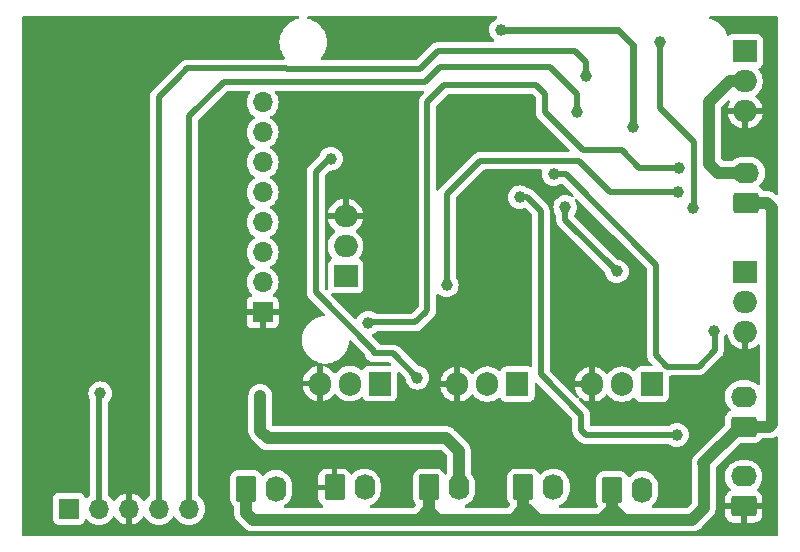
<source format=gbr>
%TF.GenerationSoftware,KiCad,Pcbnew,8.0.5-8.0.5-0~ubuntu22.04.1*%
%TF.CreationDate,2025-05-20T11:09:25+05:30*%
%TF.ProjectId,esp32_nichrome_wire,65737033-325f-46e6-9963-68726f6d655f,rev?*%
%TF.SameCoordinates,Original*%
%TF.FileFunction,Copper,L2,Bot*%
%TF.FilePolarity,Positive*%
%FSLAX46Y46*%
G04 Gerber Fmt 4.6, Leading zero omitted, Abs format (unit mm)*
G04 Created by KiCad (PCBNEW 8.0.5-8.0.5-0~ubuntu22.04.1) date 2025-05-20 11:09:25*
%MOMM*%
%LPD*%
G01*
G04 APERTURE LIST*
G04 Aperture macros list*
%AMRoundRect*
0 Rectangle with rounded corners*
0 $1 Rounding radius*
0 $2 $3 $4 $5 $6 $7 $8 $9 X,Y pos of 4 corners*
0 Add a 4 corners polygon primitive as box body*
4,1,4,$2,$3,$4,$5,$6,$7,$8,$9,$2,$3,0*
0 Add four circle primitives for the rounded corners*
1,1,$1+$1,$2,$3*
1,1,$1+$1,$4,$5*
1,1,$1+$1,$6,$7*
1,1,$1+$1,$8,$9*
0 Add four rect primitives between the rounded corners*
20,1,$1+$1,$2,$3,$4,$5,0*
20,1,$1+$1,$4,$5,$6,$7,0*
20,1,$1+$1,$6,$7,$8,$9,0*
20,1,$1+$1,$8,$9,$2,$3,0*%
G04 Aperture macros list end*
%TA.AperFunction,ComponentPad*%
%ADD10RoundRect,0.250000X-0.620000X-0.845000X0.620000X-0.845000X0.620000X0.845000X-0.620000X0.845000X0*%
%TD*%
%TA.AperFunction,ComponentPad*%
%ADD11O,1.740000X2.190000*%
%TD*%
%TA.AperFunction,ComponentPad*%
%ADD12R,1.905000X2.000000*%
%TD*%
%TA.AperFunction,ComponentPad*%
%ADD13O,1.905000X2.000000*%
%TD*%
%TA.AperFunction,ComponentPad*%
%ADD14RoundRect,0.250000X0.845000X-0.620000X0.845000X0.620000X-0.845000X0.620000X-0.845000X-0.620000X0*%
%TD*%
%TA.AperFunction,ComponentPad*%
%ADD15O,2.190000X1.740000*%
%TD*%
%TA.AperFunction,ComponentPad*%
%ADD16R,2.000000X1.905000*%
%TD*%
%TA.AperFunction,ComponentPad*%
%ADD17O,2.000000X1.905000*%
%TD*%
%TA.AperFunction,ComponentPad*%
%ADD18R,1.700000X1.700000*%
%TD*%
%TA.AperFunction,ComponentPad*%
%ADD19O,1.700000X1.700000*%
%TD*%
%TA.AperFunction,ViaPad*%
%ADD20C,1.000000*%
%TD*%
%TA.AperFunction,Conductor*%
%ADD21C,0.500000*%
%TD*%
%TA.AperFunction,Conductor*%
%ADD22C,1.000000*%
%TD*%
%TA.AperFunction,Conductor*%
%ADD23C,0.600000*%
%TD*%
G04 APERTURE END LIST*
D10*
%TO.P,J3,1,Pin_1*%
%TO.N,+5V*%
X-69305000Y-59365000D03*
D11*
%TO.P,J3,2,Pin_2*%
%TO.N,OUT_2*%
X-66765000Y-59365000D03*
%TD*%
D12*
%TO.P,Q4,1,G*%
%TO.N,Net-(Q4-G)*%
X-46325000Y-50520000D03*
D13*
%TO.P,Q4,2,D*%
%TO.N,OUT_6*%
X-48865000Y-50520000D03*
%TO.P,Q4,3,S*%
%TO.N,GNDREF*%
X-51405000Y-50520000D03*
%TD*%
D10*
%TO.P,J9,1,Pin_1*%
%TO.N,GNDREF*%
X-61805000Y-59265000D03*
D11*
%TO.P,J9,2,Pin_2*%
%TO.N,EXTRA_2*%
X-59265000Y-59265000D03*
%TD*%
D14*
%TO.P,J5,1,Pin_1*%
%TO.N,+5V*%
X-27145000Y-54105000D03*
D15*
%TO.P,J5,2,Pin_2*%
%TO.N,OUT_4*%
X-27145000Y-51565000D03*
%TD*%
D12*
%TO.P,Q6,1,G*%
%TO.N,Net-(Q6-G)*%
X-57965000Y-50465000D03*
D13*
%TO.P,Q6,2,D*%
%TO.N,OUT_2*%
X-60505000Y-50465000D03*
%TO.P,Q6,3,S*%
%TO.N,GNDREF*%
X-63045000Y-50465000D03*
%TD*%
D10*
%TO.P,J7,1,Pin_1*%
%TO.N,+5V*%
X-45805000Y-59265000D03*
D11*
%TO.P,J7,2,Pin_2*%
%TO.N,OUT_6*%
X-43265000Y-59265000D03*
%TD*%
D16*
%TO.P,Q2,1,G*%
%TO.N,Net-(Q2-G)*%
X-27045000Y-41025000D03*
D17*
%TO.P,Q2,2,D*%
%TO.N,OUT_4*%
X-27045000Y-43565000D03*
%TO.P,Q2,3,S*%
%TO.N,GNDREF*%
X-27045000Y-46105000D03*
%TD*%
D14*
%TO.P,J4,1,Pin_1*%
%TO.N,+5V*%
X-26945000Y-35165000D03*
D15*
%TO.P,J4,2,Pin_2*%
%TO.N,OUT_3*%
X-26945000Y-32625000D03*
%TD*%
D16*
%TO.P,Q5,1,G*%
%TO.N,Net-(Q5-G)*%
X-60865000Y-41365000D03*
D17*
%TO.P,Q5,2,D*%
%TO.N,OUT_1*%
X-60865000Y-38825000D03*
%TO.P,Q5,3,S*%
%TO.N,GNDREF*%
X-60865000Y-36285000D03*
%TD*%
D10*
%TO.P,J2,1,Pin_1*%
%TO.N,+5V*%
X-53805000Y-59265000D03*
D11*
%TO.P,J2,2,Pin_2*%
%TO.N,OUT_1*%
X-51265000Y-59265000D03*
%TD*%
D12*
%TO.P,Q3,1,G*%
%TO.N,Net-(Q3-G)*%
X-34925000Y-50520000D03*
D13*
%TO.P,Q3,2,D*%
%TO.N,OUT_5*%
X-37465000Y-50520000D03*
%TO.P,Q3,3,S*%
%TO.N,GNDREF*%
X-40005000Y-50520000D03*
%TD*%
D10*
%TO.P,J6,1,Pin_1*%
%TO.N,+5V*%
X-38305000Y-59465000D03*
D11*
%TO.P,J6,2,Pin_2*%
%TO.N,OUT_5*%
X-35765000Y-59465000D03*
%TD*%
D14*
%TO.P,J8,1,Pin_1*%
%TO.N,GNDREF*%
X-27165000Y-60865000D03*
D15*
%TO.P,J8,2,Pin_2*%
%TO.N,EXTRA_1*%
X-27165000Y-58325000D03*
%TD*%
D18*
%TO.P,U3,1,GND*%
%TO.N,GNDREF*%
X-67895000Y-44440000D03*
D19*
%TO.P,U3,2,VBUS*%
%TO.N,+5V*%
X-67895000Y-41900000D03*
%TO.P,U3,3,SVD2*%
%TO.N,unconnected-(U3-SVD2-Pad3)*%
X-67895000Y-39360000D03*
%TO.P,U3,4,CC1*%
%TO.N,unconnected-(U3-CC1-Pad4)*%
X-67895000Y-36820000D03*
%TO.P,U3,5,D-*%
%TO.N,unconnected-(U3-D--Pad5)*%
X-67895000Y-34280000D03*
%TO.P,U3,6,D+*%
%TO.N,unconnected-(U3-D+-Pad6)*%
X-67895000Y-31740000D03*
%TO.P,U3,7,SVD1*%
%TO.N,unconnected-(U3-SVD1-Pad7)*%
X-67895000Y-29200000D03*
%TO.P,U3,8,CC2*%
%TO.N,unconnected-(U3-CC2-Pad8)*%
X-67895000Y-26660000D03*
%TD*%
D16*
%TO.P,Q1,1,G*%
%TO.N,Net-(Q1-G)*%
X-27045000Y-22325000D03*
D17*
%TO.P,Q1,2,D*%
%TO.N,OUT_3*%
X-27045000Y-24865000D03*
%TO.P,Q1,3,S*%
%TO.N,GNDREF*%
X-27045000Y-27405000D03*
%TD*%
D18*
%TO.P,J1,1,Pin_1*%
%TO.N,+5V*%
X-84285000Y-61065000D03*
D19*
%TO.P,J1,2,Pin_2*%
%TO.N,+3V3*%
X-81745000Y-61065000D03*
%TO.P,J1,3,Pin_3*%
%TO.N,GNDREF*%
X-79205000Y-61065000D03*
%TO.P,J1,4,Pin_4*%
%TO.N,UART0_TX*%
X-76665000Y-61065000D03*
%TO.P,J1,5,Pin_5*%
%TO.N,UART0_RX*%
X-74125000Y-61065000D03*
%TD*%
D20*
%TO.N,WIRE_5*%
X-37900000Y-40975000D03*
X-42275000Y-35525000D03*
%TO.N,GNDREF*%
X-51765000Y-30065000D03*
X-69665000Y-21140000D03*
X-58815000Y-42665000D03*
X-57725000Y-20225000D03*
X-86890000Y-46015000D03*
X-78965000Y-46790000D03*
X-65190000Y-31690000D03*
%TO.N,Net-(SW2A-A)*%
X-31415000Y-35640000D03*
X-34265000Y-21575000D03*
%TO.N,+3V3*%
X-47700000Y-20525000D03*
X-81640000Y-51290000D03*
X-36500000Y-28725000D03*
%TO.N,UART0_RX*%
X-41265000Y-27440000D03*
%TO.N,UART0_TX*%
X-40490000Y-24390000D03*
%TO.N,OUT_1*%
X-68090000Y-51515000D03*
%TO.N,EXTRA_1*%
X-32815000Y-54815000D03*
X-46140000Y-34690000D03*
%TO.N,EXTRA_2*%
X-62115000Y-31440000D03*
X-54790000Y-49965000D03*
%TO.N,WIRE_4*%
X-43240000Y-32765000D03*
X-29700000Y-46025000D03*
%TO.N,WIRE_1*%
X-32690000Y-34240000D03*
X-52296250Y-42158750D03*
%TO.N,WIRE_2*%
X-58940000Y-45315000D03*
X-32640000Y-32190000D03*
%TD*%
D21*
%TO.N,Net-(SW2A-A)*%
X-34265000Y-21575000D02*
X-34265000Y-27115000D01*
X-31390000Y-29990000D02*
X-31390000Y-35665000D01*
X-34265000Y-27115000D02*
X-31390000Y-29990000D01*
%TO.N,WIRE_5*%
X-42275000Y-35525000D02*
X-42275000Y-36600000D01*
X-42275000Y-36600000D02*
X-37900000Y-40975000D01*
D22*
%TO.N,+5V*%
X-37290000Y-61990000D02*
X-38305000Y-60975000D01*
X-45805000Y-61575000D02*
X-45805000Y-60965000D01*
X-68715000Y-61990000D02*
X-69305000Y-61400000D01*
X-31515000Y-61990000D02*
X-36315000Y-61990000D01*
X-45525000Y-61080000D02*
X-44615000Y-61990000D01*
X-26945000Y-35165000D02*
X-25190000Y-35165000D01*
X-36315000Y-61990000D02*
X-39215000Y-61990000D01*
X-38305000Y-60975000D02*
X-38305000Y-59465000D01*
X-53805000Y-60740000D02*
X-53805000Y-61105000D01*
X-45805000Y-60965000D02*
X-45805000Y-61080000D01*
X-39215000Y-61990000D02*
X-44615000Y-61990000D01*
X-25190000Y-35165000D02*
X-24765000Y-35590000D01*
X-53805000Y-61105000D02*
X-54690000Y-61990000D01*
X-45805000Y-60965000D02*
X-45805000Y-59265000D01*
X-38305000Y-60975000D02*
X-38305000Y-61080000D01*
X-25005000Y-54105000D02*
X-27145000Y-54105000D01*
X-30515000Y-60990000D02*
X-31515000Y-61990000D01*
X-24765000Y-35590000D02*
X-24790000Y-35615000D01*
X-45805000Y-61080000D02*
X-46715000Y-61990000D01*
X-24790000Y-53890000D02*
X-25005000Y-54105000D01*
X-24790000Y-35615000D02*
X-24790000Y-53890000D01*
X-45390000Y-61990000D02*
X-46715000Y-61990000D01*
X-38305000Y-61080000D02*
X-39215000Y-61990000D01*
X-53040000Y-61990000D02*
X-54690000Y-61990000D01*
X-36315000Y-61990000D02*
X-37290000Y-61990000D01*
X-27455000Y-54105000D02*
X-30565000Y-57215000D01*
X-54690000Y-61990000D02*
X-68715000Y-61990000D01*
X-45805000Y-61080000D02*
X-45525000Y-61080000D01*
X-46715000Y-61990000D02*
X-53040000Y-61990000D01*
X-30515000Y-57265000D02*
X-30515000Y-60990000D01*
X-53805000Y-61225000D02*
X-53805000Y-60740000D01*
X-45390000Y-61990000D02*
X-45805000Y-61575000D01*
X-44615000Y-61990000D02*
X-45390000Y-61990000D01*
X-27145000Y-54105000D02*
X-27455000Y-54105000D01*
X-53040000Y-61990000D02*
X-53805000Y-61225000D01*
X-30565000Y-57215000D02*
X-30515000Y-57265000D01*
X-69305000Y-61400000D02*
X-69305000Y-59365000D01*
X-53805000Y-60740000D02*
X-53805000Y-59265000D01*
D23*
%TO.N,+3V3*%
X-37800000Y-20525000D02*
X-47600000Y-20525000D01*
X-36500000Y-21825000D02*
X-37750000Y-20575000D01*
D21*
X-81640000Y-51290000D02*
X-81745000Y-51395000D01*
D23*
X-36500000Y-28725000D02*
X-36500000Y-21825000D01*
X-37750000Y-20575000D02*
X-37800000Y-20525000D01*
D21*
X-81745000Y-51395000D02*
X-81745000Y-61065000D01*
%TO.N,UART0_RX*%
X-74125000Y-61065000D02*
X-74125000Y-27850000D01*
X-54115000Y-24915000D02*
X-52965000Y-23765000D01*
X-74125000Y-27850000D02*
X-71190000Y-24915000D01*
X-52965000Y-23765000D02*
X-52840000Y-23640000D01*
X-71190000Y-24915000D02*
X-54115000Y-24915000D01*
X-43540000Y-23640000D02*
X-41240000Y-25940000D01*
X-52840000Y-23640000D02*
X-43540000Y-23640000D01*
X-41240000Y-25940000D02*
X-41240000Y-27465000D01*
%TO.N,UART0_TX*%
X-76665000Y-61065000D02*
X-76665000Y-26165000D01*
X-41490000Y-22290000D02*
X-41465000Y-22290000D01*
X-74290000Y-23790000D02*
X-65890000Y-23790000D01*
X-52540000Y-22290000D02*
X-41490000Y-22290000D01*
X-52565000Y-22315000D02*
X-52540000Y-22290000D01*
X-65890000Y-23790000D02*
X-65854841Y-23825159D01*
X-76665000Y-26165000D02*
X-75065000Y-24565000D01*
X-53040000Y-22315000D02*
X-52565000Y-22315000D01*
X-54550159Y-23825159D02*
X-53040000Y-22315000D01*
X-41465000Y-22290000D02*
X-40540000Y-23215000D01*
X-40540000Y-23215000D02*
X-40540000Y-24640000D01*
X-75065000Y-24565000D02*
X-74290000Y-23790000D01*
X-65854841Y-23825159D02*
X-54550159Y-23825159D01*
D22*
%TO.N,OUT_1*%
X-52340000Y-55090000D02*
X-67465000Y-55090000D01*
X-68090000Y-54465000D02*
X-68090000Y-51515000D01*
X-51265000Y-56165000D02*
X-52340000Y-55090000D01*
X-67465000Y-55090000D02*
X-68090000Y-54465000D01*
X-51265000Y-59265000D02*
X-51265000Y-56165000D01*
%TO.N,OUT_3*%
X-27045000Y-24865000D02*
X-28315000Y-24865000D01*
X-29305000Y-32625000D02*
X-26945000Y-32625000D01*
X-30065000Y-31865000D02*
X-29305000Y-32625000D01*
X-30065000Y-26615000D02*
X-30065000Y-31865000D01*
X-28315000Y-24865000D02*
X-30065000Y-26615000D01*
D21*
%TO.N,EXTRA_1*%
X-40915000Y-54415000D02*
X-40915000Y-53120000D01*
X-32815000Y-54815000D02*
X-40515000Y-54815000D01*
X-40915000Y-53120000D02*
X-44340000Y-49695000D01*
X-44340000Y-35865000D02*
X-45515000Y-34690000D01*
X-40515000Y-54815000D02*
X-40915000Y-54415000D01*
X-45515000Y-34690000D02*
X-46115000Y-34690000D01*
X-44340000Y-49695000D02*
X-44340000Y-35865000D01*
%TO.N,EXTRA_2*%
X-58465000Y-47671385D02*
X-63390000Y-42746385D01*
X-63390000Y-41865000D02*
X-63390000Y-32521497D01*
X-54790000Y-49965000D02*
X-56840000Y-47915000D01*
X-63390000Y-42746385D02*
X-63390000Y-41865000D01*
X-63390000Y-32521497D02*
X-62283503Y-31415000D01*
X-62283503Y-31415000D02*
X-62265000Y-31415000D01*
X-56840000Y-47915000D02*
X-58465000Y-47915000D01*
X-58465000Y-47915000D02*
X-58465000Y-47671385D01*
%TO.N,WIRE_4*%
X-29615000Y-46115000D02*
X-29665000Y-46065000D01*
X-43240000Y-32765000D02*
X-42240000Y-32765000D01*
X-33629841Y-49025159D02*
X-30975159Y-49025159D01*
X-34617438Y-46578358D02*
X-34617438Y-48037562D01*
X-42240000Y-32765000D02*
X-34601658Y-40403342D01*
X-30975159Y-49025159D02*
X-29615000Y-47665000D01*
X-29615000Y-47665000D02*
X-29615000Y-46115000D01*
X-34601658Y-46483793D02*
X-34617438Y-46578358D01*
X-34617438Y-48037562D02*
X-33629841Y-49025159D01*
X-34601658Y-40403342D02*
X-34601658Y-46483793D01*
%TO.N,WIRE_1*%
X-49465000Y-31590000D02*
X-41115000Y-31590000D01*
X-41115000Y-31590000D02*
X-38465000Y-34240000D01*
X-52296250Y-34421250D02*
X-49465000Y-31590000D01*
X-38465000Y-34240000D02*
X-32690000Y-34240000D01*
X-52296250Y-42158750D02*
X-52296250Y-34421250D01*
%TO.N,WIRE_2*%
X-43990000Y-27490000D02*
X-43990000Y-25940000D01*
X-54140000Y-44465000D02*
X-54965000Y-45290000D01*
X-53940000Y-26640000D02*
X-53940000Y-44265000D01*
X-32640000Y-32190000D02*
X-36015000Y-32190000D01*
X-37490000Y-30715000D02*
X-40765000Y-30715000D01*
X-53940000Y-44265000D02*
X-54140000Y-44465000D01*
X-43990000Y-25940000D02*
X-44715000Y-25215000D01*
X-52515000Y-25215000D02*
X-53940000Y-26640000D01*
X-44715000Y-25215000D02*
X-52515000Y-25215000D01*
X-36015000Y-32190000D02*
X-37490000Y-30715000D01*
X-40765000Y-30715000D02*
X-43990000Y-27490000D01*
X-54965000Y-45290000D02*
X-59165000Y-45290000D01*
%TD*%
%TA.AperFunction,Conductor*%
%TO.N,GNDREF*%
G36*
X-64851621Y-19385185D02*
G01*
X-64805866Y-19437989D01*
X-64795922Y-19507147D01*
X-64824947Y-19570703D01*
X-64883725Y-19608477D01*
X-64892302Y-19610666D01*
X-65030037Y-19640628D01*
X-65030043Y-19640630D01*
X-65030046Y-19640631D01*
X-65298161Y-19740633D01*
X-65298166Y-19740635D01*
X-65549309Y-19877770D01*
X-65549317Y-19877775D01*
X-65778387Y-20049254D01*
X-65778405Y-20049270D01*
X-65980729Y-20251594D01*
X-65980745Y-20251612D01*
X-66152224Y-20480682D01*
X-66152229Y-20480690D01*
X-66209025Y-20584705D01*
X-66289367Y-20731839D01*
X-66389369Y-20999954D01*
X-66389370Y-20999960D01*
X-66389371Y-20999962D01*
X-66430770Y-21190273D01*
X-66450196Y-21279572D01*
X-66470610Y-21565000D01*
X-66450196Y-21850428D01*
X-66389369Y-22130046D01*
X-66289367Y-22398161D01*
X-66152226Y-22649315D01*
X-66106976Y-22709762D01*
X-66008591Y-22841190D01*
X-65984174Y-22906654D01*
X-65999026Y-22974927D01*
X-66048431Y-23024332D01*
X-66107858Y-23039500D01*
X-74363923Y-23039500D01*
X-74392757Y-23045234D01*
X-74392757Y-23045235D01*
X-74508906Y-23068339D01*
X-74508910Y-23068340D01*
X-74538819Y-23080729D01*
X-74585140Y-23099916D01*
X-74645495Y-23124916D01*
X-74727627Y-23179794D01*
X-74727628Y-23179795D01*
X-74768414Y-23207047D01*
X-74768418Y-23207050D01*
X-75543416Y-23982048D01*
X-77247947Y-25686578D01*
X-77247950Y-25686581D01*
X-77291415Y-25751631D01*
X-77291415Y-25751632D01*
X-77330084Y-25809505D01*
X-77386658Y-25946087D01*
X-77386658Y-25946091D01*
X-77386659Y-25946092D01*
X-77415500Y-26091079D01*
X-77415500Y-59877298D01*
X-77435185Y-59944337D01*
X-77468375Y-59978872D01*
X-77536404Y-60026507D01*
X-77703494Y-60193597D01*
X-77833730Y-60379594D01*
X-77888307Y-60423219D01*
X-77957805Y-60430413D01*
X-78020160Y-60398890D01*
X-78036880Y-60379595D01*
X-78166890Y-60193922D01*
X-78166891Y-60193920D01*
X-78333917Y-60026894D01*
X-78527421Y-59891399D01*
X-78741507Y-59791570D01*
X-78741513Y-59791567D01*
X-78954999Y-59734364D01*
X-78955000Y-59734364D01*
X-78955000Y-60631988D01*
X-79012007Y-60599075D01*
X-79139174Y-60565000D01*
X-79270826Y-60565000D01*
X-79397993Y-60599075D01*
X-79455000Y-60631988D01*
X-79455000Y-59734364D01*
X-79668486Y-59791567D01*
X-79668492Y-59791570D01*
X-79882577Y-59891399D01*
X-79882579Y-59891400D01*
X-80076073Y-60026886D01*
X-80076079Y-60026891D01*
X-80243108Y-60193920D01*
X-80243113Y-60193926D01*
X-80373119Y-60379594D01*
X-80427696Y-60423219D01*
X-80497194Y-60430413D01*
X-80559549Y-60398890D01*
X-80576269Y-60379595D01*
X-80706508Y-60193594D01*
X-80873595Y-60026507D01*
X-80941625Y-59978872D01*
X-80985249Y-59924294D01*
X-80994500Y-59877298D01*
X-80994500Y-52113188D01*
X-80974815Y-52046149D01*
X-80949166Y-52017337D01*
X-80929117Y-52000883D01*
X-80870716Y-51929722D01*
X-80804090Y-51848539D01*
X-80804086Y-51848532D01*
X-80711188Y-51674733D01*
X-80710621Y-51672866D01*
X-80673046Y-51548997D01*
X-80653975Y-51486129D01*
X-80634659Y-51290000D01*
X-80653975Y-51093870D01*
X-80711188Y-50905266D01*
X-80804086Y-50731467D01*
X-80804090Y-50731460D01*
X-80929116Y-50579116D01*
X-81081460Y-50454090D01*
X-81081467Y-50454086D01*
X-81255266Y-50361188D01*
X-81443870Y-50303975D01*
X-81640000Y-50284659D01*
X-81836129Y-50303975D01*
X-81836132Y-50303976D01*
X-82024727Y-50361186D01*
X-82024733Y-50361188D01*
X-82198532Y-50454086D01*
X-82198539Y-50454090D01*
X-82350883Y-50579116D01*
X-82475909Y-50731460D01*
X-82475913Y-50731467D01*
X-82568811Y-50905266D01*
X-82568811Y-50905269D01*
X-82568814Y-50905273D01*
X-82626024Y-51093868D01*
X-82645341Y-51290000D01*
X-82626024Y-51486132D01*
X-82568814Y-51674727D01*
X-82525791Y-51755217D01*
X-82510142Y-51784493D01*
X-82495500Y-51842947D01*
X-82495500Y-59877298D01*
X-82515185Y-59944337D01*
X-82548375Y-59978872D01*
X-82581370Y-60001976D01*
X-82616401Y-60026505D01*
X-82616403Y-60026507D01*
X-82738326Y-60148430D01*
X-82799649Y-60181915D01*
X-82869341Y-60176931D01*
X-82925274Y-60135059D01*
X-82942189Y-60104083D01*
X-82991203Y-59972669D01*
X-82991206Y-59972664D01*
X-83077452Y-59857455D01*
X-83077455Y-59857452D01*
X-83192664Y-59771206D01*
X-83192671Y-59771202D01*
X-83327517Y-59720908D01*
X-83327516Y-59720908D01*
X-83387116Y-59714501D01*
X-83387119Y-59714500D01*
X-83387127Y-59714500D01*
X-83387134Y-59714500D01*
X-83387135Y-59714500D01*
X-85182870Y-59714500D01*
X-85182876Y-59714501D01*
X-85242483Y-59720908D01*
X-85377328Y-59771202D01*
X-85377335Y-59771206D01*
X-85492544Y-59857452D01*
X-85492547Y-59857455D01*
X-85578793Y-59972664D01*
X-85578797Y-59972671D01*
X-85599021Y-60026894D01*
X-85629091Y-60107517D01*
X-85635500Y-60167127D01*
X-85635499Y-61962872D01*
X-85629091Y-62022483D01*
X-85578796Y-62157331D01*
X-85492546Y-62272546D01*
X-85377331Y-62358796D01*
X-85242483Y-62409091D01*
X-85182873Y-62415500D01*
X-83387128Y-62415499D01*
X-83338757Y-62410299D01*
X-83327516Y-62409091D01*
X-83192671Y-62358797D01*
X-83192664Y-62358793D01*
X-83077455Y-62272547D01*
X-83077452Y-62272544D01*
X-82991206Y-62157335D01*
X-82991202Y-62157328D01*
X-82942189Y-62025917D01*
X-82900318Y-61969983D01*
X-82834853Y-61945566D01*
X-82766580Y-61960418D01*
X-82738332Y-61981563D01*
X-82616401Y-62103495D01*
X-82422830Y-62239035D01*
X-82208663Y-62338903D01*
X-81980408Y-62400063D01*
X-81803966Y-62415500D01*
X-81745001Y-62420659D01*
X-81745000Y-62420659D01*
X-81744999Y-62420659D01*
X-81686034Y-62415500D01*
X-81509592Y-62400063D01*
X-81281337Y-62338903D01*
X-81067170Y-62239035D01*
X-81067167Y-62239033D01*
X-81067165Y-62239032D01*
X-80967658Y-62169356D01*
X-80873599Y-62103495D01*
X-80706505Y-61936401D01*
X-80576269Y-61750405D01*
X-80521692Y-61706781D01*
X-80452193Y-61699588D01*
X-80389839Y-61731110D01*
X-80373119Y-61750405D01*
X-80243105Y-61936082D01*
X-80076082Y-62103105D01*
X-79882578Y-62238600D01*
X-79668492Y-62338429D01*
X-79668483Y-62338433D01*
X-79455000Y-62395633D01*
X-79455000Y-61498012D01*
X-79397993Y-61530925D01*
X-79270826Y-61565000D01*
X-79139174Y-61565000D01*
X-79012007Y-61530925D01*
X-78955000Y-61498012D01*
X-78955000Y-62395634D01*
X-78741516Y-62338433D01*
X-78741507Y-62338429D01*
X-78527421Y-62238600D01*
X-78333917Y-62103105D01*
X-78166890Y-61936078D01*
X-78036879Y-61750405D01*
X-77982302Y-61706780D01*
X-77912804Y-61699588D01*
X-77850449Y-61731110D01*
X-77833731Y-61750404D01*
X-77703495Y-61936401D01*
X-77536401Y-62103495D01*
X-77342830Y-62239035D01*
X-77128663Y-62338903D01*
X-76900408Y-62400063D01*
X-76723966Y-62415500D01*
X-76665001Y-62420659D01*
X-76665000Y-62420659D01*
X-76664999Y-62420659D01*
X-76606034Y-62415500D01*
X-76429592Y-62400063D01*
X-76201337Y-62338903D01*
X-75987170Y-62239035D01*
X-75987167Y-62239033D01*
X-75987165Y-62239032D01*
X-75887658Y-62169356D01*
X-75793599Y-62103495D01*
X-75626505Y-61936401D01*
X-75626500Y-61936395D01*
X-75496575Y-61750842D01*
X-75441998Y-61707217D01*
X-75372500Y-61700023D01*
X-75310145Y-61731546D01*
X-75293424Y-61750842D01*
X-75163495Y-61936401D01*
X-74996401Y-62103495D01*
X-74802830Y-62239035D01*
X-74588663Y-62338903D01*
X-74360408Y-62400063D01*
X-74183966Y-62415500D01*
X-74125001Y-62420659D01*
X-74125000Y-62420659D01*
X-74124999Y-62420659D01*
X-74066034Y-62415500D01*
X-73889592Y-62400063D01*
X-73661337Y-62338903D01*
X-73447170Y-62239035D01*
X-73447167Y-62239033D01*
X-73447165Y-62239032D01*
X-73347658Y-62169356D01*
X-73253599Y-62103495D01*
X-73086505Y-61936401D01*
X-73042746Y-61873907D01*
X-72950967Y-61742834D01*
X-72950965Y-61742830D01*
X-72901941Y-61637697D01*
X-72851097Y-61528663D01*
X-72851096Y-61528659D01*
X-72851094Y-61528655D01*
X-72789938Y-61300413D01*
X-72789936Y-61300403D01*
X-72769341Y-61065000D01*
X-72769341Y-61064999D01*
X-72789936Y-60829596D01*
X-72789938Y-60829586D01*
X-72851094Y-60601344D01*
X-72851098Y-60601335D01*
X-72950964Y-60387171D01*
X-72950965Y-60387169D01*
X-73086505Y-60193597D01*
X-73253595Y-60026507D01*
X-73321625Y-59978872D01*
X-73365249Y-59924294D01*
X-73374500Y-59877298D01*
X-73374500Y-28212230D01*
X-73354815Y-28145191D01*
X-73338181Y-28124549D01*
X-70915451Y-25701819D01*
X-70854128Y-25668334D01*
X-70827770Y-25665500D01*
X-69085502Y-25665500D01*
X-69018463Y-25685185D01*
X-68972708Y-25737989D01*
X-68962764Y-25807147D01*
X-68983927Y-25860623D01*
X-69062812Y-25973283D01*
X-69069035Y-25982171D01*
X-69168903Y-26196337D01*
X-69230063Y-26424592D01*
X-69250659Y-26660000D01*
X-69230063Y-26895408D01*
X-69168903Y-27123663D01*
X-69069035Y-27337830D01*
X-68933495Y-27531401D01*
X-68766401Y-27698495D01*
X-68580839Y-27828426D01*
X-68537216Y-27883002D01*
X-68530022Y-27952500D01*
X-68561545Y-28014855D01*
X-68580841Y-28031575D01*
X-68766403Y-28161506D01*
X-68933494Y-28328597D01*
X-69015238Y-28445341D01*
X-69069035Y-28522171D01*
X-69168903Y-28736337D01*
X-69230063Y-28964592D01*
X-69250659Y-29200000D01*
X-69230063Y-29435408D01*
X-69168903Y-29663663D01*
X-69069035Y-29877830D01*
X-68933495Y-30071401D01*
X-68766401Y-30238495D01*
X-68580839Y-30368426D01*
X-68537216Y-30423002D01*
X-68530022Y-30492500D01*
X-68561545Y-30554855D01*
X-68580841Y-30571575D01*
X-68766403Y-30701506D01*
X-68933494Y-30868597D01*
X-69064201Y-31055268D01*
X-69069035Y-31062171D01*
X-69168903Y-31276337D01*
X-69230063Y-31504592D01*
X-69245163Y-31677181D01*
X-69249974Y-31732176D01*
X-69250659Y-31740000D01*
X-69230063Y-31975408D01*
X-69168903Y-32203663D01*
X-69069035Y-32417830D01*
X-68933495Y-32611401D01*
X-68766401Y-32778495D01*
X-68580839Y-32908426D01*
X-68537216Y-32963002D01*
X-68530022Y-33032500D01*
X-68561545Y-33094855D01*
X-68580841Y-33111575D01*
X-68766403Y-33241506D01*
X-68933494Y-33408597D01*
X-69068154Y-33600913D01*
X-69069035Y-33602171D01*
X-69168903Y-33816337D01*
X-69230063Y-34044592D01*
X-69243864Y-34202337D01*
X-69250516Y-34278371D01*
X-69250659Y-34280000D01*
X-69230063Y-34515408D01*
X-69168903Y-34743663D01*
X-69069035Y-34957830D01*
X-68933495Y-35151401D01*
X-68766401Y-35318495D01*
X-68580839Y-35448426D01*
X-68537216Y-35503002D01*
X-68530022Y-35572500D01*
X-68561545Y-35634855D01*
X-68580841Y-35651575D01*
X-68766403Y-35781506D01*
X-68933494Y-35948597D01*
X-69067198Y-36139548D01*
X-69069035Y-36142171D01*
X-69168903Y-36356337D01*
X-69230063Y-36584592D01*
X-69250659Y-36820000D01*
X-69230063Y-37055408D01*
X-69168903Y-37283663D01*
X-69069035Y-37497830D01*
X-68933495Y-37691401D01*
X-68766401Y-37858495D01*
X-68580839Y-37988426D01*
X-68537216Y-38043002D01*
X-68530022Y-38112500D01*
X-68561545Y-38174855D01*
X-68580841Y-38191575D01*
X-68766403Y-38321506D01*
X-68933494Y-38488597D01*
X-68933495Y-38488599D01*
X-69069035Y-38682171D01*
X-69168903Y-38896337D01*
X-69230063Y-39124592D01*
X-69250659Y-39360000D01*
X-69230063Y-39595408D01*
X-69168903Y-39823663D01*
X-69069035Y-40037830D01*
X-68933495Y-40231401D01*
X-68766401Y-40398495D01*
X-68580839Y-40528426D01*
X-68537216Y-40583002D01*
X-68530022Y-40652500D01*
X-68561545Y-40714855D01*
X-68580841Y-40731575D01*
X-68766403Y-40861506D01*
X-68933494Y-41028597D01*
X-69033297Y-41171132D01*
X-69069035Y-41222171D01*
X-69168903Y-41436337D01*
X-69168904Y-41436343D01*
X-69168905Y-41436344D01*
X-69176885Y-41466126D01*
X-69230063Y-41664592D01*
X-69250659Y-41900000D01*
X-69230063Y-42135408D01*
X-69168903Y-42363663D01*
X-69069035Y-42577830D01*
X-68933495Y-42771401D01*
X-68811178Y-42893717D01*
X-68777696Y-42955036D01*
X-68782680Y-43024728D01*
X-68824551Y-43080662D01*
X-68855528Y-43097577D01*
X-68987088Y-43146646D01*
X-68987093Y-43146649D01*
X-69102187Y-43232809D01*
X-69102190Y-43232812D01*
X-69188350Y-43347906D01*
X-69188354Y-43347913D01*
X-69238596Y-43482620D01*
X-69238598Y-43482627D01*
X-69244999Y-43542155D01*
X-69245000Y-43542172D01*
X-69245000Y-44190000D01*
X-68328012Y-44190000D01*
X-68360925Y-44247007D01*
X-68395000Y-44374174D01*
X-68395000Y-44505826D01*
X-68360925Y-44632993D01*
X-68328012Y-44690000D01*
X-69245000Y-44690000D01*
X-69245000Y-45337827D01*
X-69244999Y-45337844D01*
X-69238598Y-45397372D01*
X-69238596Y-45397379D01*
X-69188354Y-45532086D01*
X-69188350Y-45532093D01*
X-69102190Y-45647187D01*
X-69102187Y-45647190D01*
X-68987093Y-45733350D01*
X-68987086Y-45733354D01*
X-68852379Y-45783596D01*
X-68852372Y-45783598D01*
X-68792844Y-45789999D01*
X-68792828Y-45790000D01*
X-68145000Y-45790000D01*
X-68145000Y-44873012D01*
X-68087993Y-44905925D01*
X-67960826Y-44940000D01*
X-67829174Y-44940000D01*
X-67702007Y-44905925D01*
X-67645000Y-44873012D01*
X-67645000Y-45790000D01*
X-66997172Y-45790000D01*
X-66997155Y-45789999D01*
X-66937627Y-45783598D01*
X-66937620Y-45783596D01*
X-66802913Y-45733354D01*
X-66802906Y-45733350D01*
X-66687812Y-45647190D01*
X-66687809Y-45647187D01*
X-66601649Y-45532093D01*
X-66601645Y-45532086D01*
X-66551403Y-45397379D01*
X-66551401Y-45397372D01*
X-66545000Y-45337844D01*
X-66545000Y-44690000D01*
X-67461988Y-44690000D01*
X-67429075Y-44632993D01*
X-67395000Y-44505826D01*
X-67395000Y-44374174D01*
X-67429075Y-44247007D01*
X-67461988Y-44190000D01*
X-66545000Y-44190000D01*
X-66545000Y-43542155D01*
X-66551401Y-43482627D01*
X-66551403Y-43482620D01*
X-66601645Y-43347913D01*
X-66601649Y-43347906D01*
X-66687809Y-43232812D01*
X-66687812Y-43232809D01*
X-66802906Y-43146649D01*
X-66802912Y-43146646D01*
X-66934471Y-43097577D01*
X-66990404Y-43055705D01*
X-67014821Y-42990241D01*
X-66999969Y-42921968D01*
X-66978818Y-42893714D01*
X-66856506Y-42771402D01*
X-66856501Y-42771396D01*
X-66749396Y-42618434D01*
X-66720967Y-42577834D01*
X-66720965Y-42577830D01*
X-66685805Y-42502430D01*
X-66621097Y-42363663D01*
X-66621096Y-42363659D01*
X-66621094Y-42363655D01*
X-66559938Y-42135413D01*
X-66559936Y-42135403D01*
X-66539341Y-41900000D01*
X-66539341Y-41899999D01*
X-66559936Y-41664596D01*
X-66559938Y-41664586D01*
X-66621094Y-41436344D01*
X-66621098Y-41436335D01*
X-66720964Y-41222171D01*
X-66720965Y-41222169D01*
X-66856505Y-41028597D01*
X-67023597Y-40861506D01*
X-67023599Y-40861505D01*
X-67209158Y-40731575D01*
X-67252782Y-40676998D01*
X-67259975Y-40607499D01*
X-67228453Y-40545145D01*
X-67209158Y-40528425D01*
X-67197337Y-40520148D01*
X-67023599Y-40398495D01*
X-66856505Y-40231401D01*
X-66791865Y-40139086D01*
X-66720967Y-40037834D01*
X-66720965Y-40037830D01*
X-66698184Y-39988976D01*
X-66621097Y-39823663D01*
X-66621096Y-39823659D01*
X-66621094Y-39823655D01*
X-66559938Y-39595413D01*
X-66559936Y-39595403D01*
X-66539341Y-39360000D01*
X-66539341Y-39359999D01*
X-66559936Y-39124596D01*
X-66559938Y-39124586D01*
X-66621094Y-38896344D01*
X-66621098Y-38896335D01*
X-66720964Y-38682171D01*
X-66720965Y-38682169D01*
X-66856505Y-38488597D01*
X-67023597Y-38321506D01*
X-67023599Y-38321505D01*
X-67209158Y-38191575D01*
X-67252782Y-38136998D01*
X-67259975Y-38067499D01*
X-67228453Y-38005145D01*
X-67209158Y-37988425D01*
X-67197337Y-37980148D01*
X-67023599Y-37858495D01*
X-66856505Y-37691401D01*
X-66792279Y-37599677D01*
X-66720967Y-37497834D01*
X-66720965Y-37497830D01*
X-66711929Y-37478452D01*
X-66621097Y-37283663D01*
X-66621096Y-37283659D01*
X-66621094Y-37283655D01*
X-66559938Y-37055413D01*
X-66559936Y-37055403D01*
X-66539341Y-36820000D01*
X-66539341Y-36819999D01*
X-66559936Y-36584596D01*
X-66559938Y-36584586D01*
X-66621094Y-36356344D01*
X-66621098Y-36356335D01*
X-66720964Y-36142171D01*
X-66720965Y-36142169D01*
X-66856505Y-35948597D01*
X-67023597Y-35781506D01*
X-67023599Y-35781505D01*
X-67209158Y-35651575D01*
X-67252782Y-35596998D01*
X-67259975Y-35527499D01*
X-67228453Y-35465145D01*
X-67209158Y-35448425D01*
X-67197337Y-35440148D01*
X-67023599Y-35318495D01*
X-66856505Y-35151401D01*
X-66829281Y-35112521D01*
X-66720967Y-34957834D01*
X-66720965Y-34957830D01*
X-66679200Y-34868265D01*
X-66621097Y-34743663D01*
X-66621096Y-34743659D01*
X-66621094Y-34743655D01*
X-66559938Y-34515413D01*
X-66559936Y-34515403D01*
X-66539341Y-34280000D01*
X-66539341Y-34279999D01*
X-66559936Y-34044596D01*
X-66559938Y-34044586D01*
X-66621094Y-33816344D01*
X-66621098Y-33816335D01*
X-66720964Y-33602171D01*
X-66720965Y-33602169D01*
X-66856505Y-33408597D01*
X-67023597Y-33241506D01*
X-67023599Y-33241505D01*
X-67209158Y-33111575D01*
X-67252782Y-33056998D01*
X-67259975Y-32987499D01*
X-67228453Y-32925145D01*
X-67209158Y-32908425D01*
X-67171482Y-32882044D01*
X-67023599Y-32778495D01*
X-66856505Y-32611401D01*
X-66790502Y-32517139D01*
X-66720967Y-32417834D01*
X-66720965Y-32417830D01*
X-66701841Y-32376819D01*
X-66621097Y-32203663D01*
X-66621096Y-32203659D01*
X-66621094Y-32203655D01*
X-66559938Y-31975413D01*
X-66559936Y-31975403D01*
X-66539341Y-31740000D01*
X-66539341Y-31739999D01*
X-66559936Y-31504596D01*
X-66559938Y-31504586D01*
X-66621094Y-31276344D01*
X-66621098Y-31276335D01*
X-66720964Y-31062171D01*
X-66720965Y-31062169D01*
X-66856505Y-30868597D01*
X-67023597Y-30701506D01*
X-67023599Y-30701505D01*
X-67209158Y-30571575D01*
X-67252782Y-30516998D01*
X-67259975Y-30447499D01*
X-67228453Y-30385145D01*
X-67209158Y-30368425D01*
X-67186029Y-30352230D01*
X-67023599Y-30238495D01*
X-66856505Y-30071401D01*
X-66756221Y-29928181D01*
X-66720967Y-29877834D01*
X-66720965Y-29877830D01*
X-66643182Y-29711024D01*
X-66621097Y-29663663D01*
X-66621096Y-29663659D01*
X-66621094Y-29663655D01*
X-66559938Y-29435413D01*
X-66559936Y-29435403D01*
X-66539341Y-29200000D01*
X-66539341Y-29199999D01*
X-66559936Y-28964596D01*
X-66559938Y-28964586D01*
X-66621094Y-28736344D01*
X-66621098Y-28736335D01*
X-66720964Y-28522171D01*
X-66720965Y-28522169D01*
X-66856505Y-28328597D01*
X-67023597Y-28161506D01*
X-67023599Y-28161505D01*
X-67209158Y-28031575D01*
X-67252782Y-27976998D01*
X-67259975Y-27907499D01*
X-67228453Y-27845145D01*
X-67209158Y-27828425D01*
X-67134405Y-27776082D01*
X-67023599Y-27698495D01*
X-66856505Y-27531401D01*
X-66790502Y-27437139D01*
X-66720967Y-27337834D01*
X-66720965Y-27337830D01*
X-66663899Y-27215451D01*
X-66621097Y-27123663D01*
X-66621096Y-27123659D01*
X-66621094Y-27123655D01*
X-66559938Y-26895413D01*
X-66559936Y-26895403D01*
X-66539341Y-26660000D01*
X-66539341Y-26659999D01*
X-66559936Y-26424596D01*
X-66559938Y-26424586D01*
X-66621094Y-26196344D01*
X-66621098Y-26196335D01*
X-66720964Y-25982171D01*
X-66720965Y-25982169D01*
X-66806073Y-25860623D01*
X-66828400Y-25794417D01*
X-66811390Y-25726650D01*
X-66760442Y-25678837D01*
X-66704498Y-25665500D01*
X-54326230Y-25665500D01*
X-54259191Y-25685185D01*
X-54213436Y-25737989D01*
X-54203492Y-25807147D01*
X-54232517Y-25870703D01*
X-54238549Y-25877181D01*
X-54522954Y-26161586D01*
X-54535455Y-26180297D01*
X-54556336Y-26211548D01*
X-54605084Y-26284505D01*
X-54661658Y-26421087D01*
X-54661658Y-26421091D01*
X-54661659Y-26421092D01*
X-54690500Y-26566079D01*
X-54690500Y-43902770D01*
X-54710185Y-43969809D01*
X-54726819Y-43990451D01*
X-54730020Y-43993652D01*
X-54730022Y-43993655D01*
X-55239549Y-44503181D01*
X-55300872Y-44536666D01*
X-55327230Y-44539500D01*
X-58263485Y-44539500D01*
X-58330524Y-44519815D01*
X-58342151Y-44511352D01*
X-58381459Y-44479091D01*
X-58381467Y-44479086D01*
X-58555266Y-44386188D01*
X-58743870Y-44328975D01*
X-58940000Y-44309659D01*
X-59136129Y-44328975D01*
X-59136132Y-44328976D01*
X-59324727Y-44386186D01*
X-59324733Y-44386188D01*
X-59498532Y-44479086D01*
X-59498539Y-44479090D01*
X-59650883Y-44604116D01*
X-59775909Y-44756460D01*
X-59775913Y-44756467D01*
X-59868812Y-44930268D01*
X-59868812Y-44930270D01*
X-59868814Y-44930273D01*
X-59871956Y-44940633D01*
X-59872980Y-44944008D01*
X-59911278Y-45002447D01*
X-59975090Y-45030903D01*
X-60044157Y-45020343D01*
X-60079322Y-44995694D01*
X-62049930Y-43025086D01*
X-62083415Y-42963763D01*
X-62078431Y-42894071D01*
X-62036559Y-42838138D01*
X-61971095Y-42813721D01*
X-61948999Y-42814115D01*
X-61912873Y-42818000D01*
X-59817128Y-42817999D01*
X-59768757Y-42812799D01*
X-59757516Y-42811591D01*
X-59622671Y-42761297D01*
X-59622664Y-42761293D01*
X-59507455Y-42675047D01*
X-59507452Y-42675044D01*
X-59421206Y-42559835D01*
X-59421202Y-42559828D01*
X-59370908Y-42424982D01*
X-59364501Y-42365383D01*
X-59364500Y-42365364D01*
X-59364500Y-40364629D01*
X-59364501Y-40364623D01*
X-59370908Y-40305016D01*
X-59421202Y-40170171D01*
X-59421206Y-40170164D01*
X-59507452Y-40054955D01*
X-59507455Y-40054952D01*
X-59622664Y-39968706D01*
X-59622670Y-39968703D01*
X-59650541Y-39958308D01*
X-59706474Y-39916436D01*
X-59730891Y-39850972D01*
X-59716039Y-39782699D01*
X-59707531Y-39769250D01*
X-59574783Y-39586538D01*
X-59567376Y-39572001D01*
X-59470950Y-39382755D01*
X-59400278Y-39165249D01*
X-59400278Y-39165246D01*
X-59364500Y-38939353D01*
X-59364500Y-38710646D01*
X-59400278Y-38484753D01*
X-59400278Y-38484750D01*
X-59470950Y-38267244D01*
X-59574783Y-38063461D01*
X-59651480Y-37957896D01*
X-59709214Y-37878434D01*
X-59709216Y-37878432D01*
X-59709216Y-37878431D01*
X-59870931Y-37716716D01*
X-59870940Y-37716709D01*
X-59955864Y-37655007D01*
X-59998530Y-37599677D01*
X-60004508Y-37530063D01*
X-59971901Y-37468269D01*
X-59955863Y-37454372D01*
X-59871263Y-37392907D01*
X-59871257Y-37392902D01*
X-59709597Y-37231242D01*
X-59575211Y-37046276D01*
X-59471417Y-36842570D01*
X-59400765Y-36625128D01*
X-59386491Y-36535000D01*
X-60374252Y-36535000D01*
X-60352482Y-36497292D01*
X-60315000Y-36357409D01*
X-60315000Y-36212591D01*
X-60352482Y-36072708D01*
X-60374252Y-36035000D01*
X-59386491Y-36035000D01*
X-59400765Y-35944871D01*
X-59471417Y-35727429D01*
X-59575211Y-35523723D01*
X-59709597Y-35338757D01*
X-59871257Y-35177097D01*
X-60056223Y-35042711D01*
X-60259931Y-34938917D01*
X-60477374Y-34868265D01*
X-60477373Y-34868265D01*
X-60615000Y-34846467D01*
X-60615000Y-35794252D01*
X-60652708Y-35772482D01*
X-60792591Y-35735000D01*
X-60937409Y-35735000D01*
X-61077292Y-35772482D01*
X-61115000Y-35794252D01*
X-61115000Y-34846467D01*
X-61252625Y-34868265D01*
X-61470068Y-34938917D01*
X-61673776Y-35042711D01*
X-61858742Y-35177097D01*
X-62020402Y-35338757D01*
X-62154788Y-35523723D01*
X-62258582Y-35727429D01*
X-62329234Y-35944871D01*
X-62343509Y-36035000D01*
X-61355748Y-36035000D01*
X-61377518Y-36072708D01*
X-61415000Y-36212591D01*
X-61415000Y-36357409D01*
X-61377518Y-36497292D01*
X-61355748Y-36535000D01*
X-62343509Y-36535000D01*
X-62329234Y-36625128D01*
X-62258582Y-36842570D01*
X-62154788Y-37046276D01*
X-62020402Y-37231242D01*
X-61858739Y-37392905D01*
X-61774137Y-37454371D01*
X-61731470Y-37509701D01*
X-61725491Y-37579314D01*
X-61758096Y-37641109D01*
X-61774134Y-37655007D01*
X-61859066Y-37716714D01*
X-62020786Y-37878434D01*
X-62155217Y-38063462D01*
X-62217635Y-38185965D01*
X-62259049Y-38267244D01*
X-62329721Y-38484750D01*
X-62329721Y-38484751D01*
X-62329722Y-38484755D01*
X-62365500Y-38710646D01*
X-62365500Y-38939354D01*
X-62329722Y-39165245D01*
X-62329721Y-39165248D01*
X-62329721Y-39165249D01*
X-62259049Y-39382755D01*
X-62259048Y-39382758D01*
X-62155217Y-39586538D01*
X-62022472Y-39769245D01*
X-61998994Y-39835046D01*
X-62014819Y-39903100D01*
X-62064924Y-39951795D01*
X-62079459Y-39958308D01*
X-62107328Y-39968702D01*
X-62107335Y-39968706D01*
X-62222544Y-40054952D01*
X-62222547Y-40054955D01*
X-62308793Y-40170164D01*
X-62308797Y-40170171D01*
X-62343836Y-40264116D01*
X-62359091Y-40305017D01*
X-62365500Y-40364627D01*
X-62365499Y-41436335D01*
X-62365499Y-42365370D01*
X-62365498Y-42365387D01*
X-62361616Y-42401493D01*
X-62374021Y-42470252D01*
X-62421631Y-42521390D01*
X-62489330Y-42538670D01*
X-62555624Y-42516606D01*
X-62572586Y-42502430D01*
X-62603181Y-42471835D01*
X-62636666Y-42410512D01*
X-62639500Y-42384154D01*
X-62639500Y-32883727D01*
X-62619815Y-32816688D01*
X-62603181Y-32796046D01*
X-62281620Y-32474485D01*
X-62220297Y-32441000D01*
X-62181787Y-32438763D01*
X-62115000Y-32445341D01*
X-61918868Y-32426024D01*
X-61730273Y-32368814D01*
X-61730269Y-32368811D01*
X-61730266Y-32368811D01*
X-61556467Y-32275913D01*
X-61556460Y-32275909D01*
X-61404116Y-32150883D01*
X-61279090Y-31998539D01*
X-61279086Y-31998532D01*
X-61186188Y-31824733D01*
X-61128975Y-31636129D01*
X-61109659Y-31440000D01*
X-61128975Y-31243870D01*
X-61186188Y-31055266D01*
X-61279086Y-30881467D01*
X-61279090Y-30881460D01*
X-61404116Y-30729116D01*
X-61556460Y-30604090D01*
X-61556467Y-30604086D01*
X-61730266Y-30511188D01*
X-61918870Y-30453975D01*
X-62115000Y-30434659D01*
X-62311129Y-30453975D01*
X-62311132Y-30453976D01*
X-62499727Y-30511186D01*
X-62499733Y-30511188D01*
X-62673532Y-30604086D01*
X-62673539Y-30604090D01*
X-62825883Y-30729116D01*
X-62950909Y-30881460D01*
X-62950913Y-30881467D01*
X-63043812Y-31055268D01*
X-63043812Y-31055270D01*
X-63043814Y-31055273D01*
X-63060345Y-31109769D01*
X-63091324Y-31161453D01*
X-63972952Y-32043081D01*
X-63972955Y-32043086D01*
X-64010255Y-32098911D01*
X-64010927Y-32099916D01*
X-64055084Y-32166002D01*
X-64111658Y-32302584D01*
X-64111658Y-32302588D01*
X-64111659Y-32302589D01*
X-64140500Y-32447576D01*
X-64140500Y-42820305D01*
X-64125897Y-42893714D01*
X-64111658Y-42965298D01*
X-64055084Y-43101880D01*
X-64026423Y-43144774D01*
X-63972952Y-43224801D01*
X-62638807Y-44558944D01*
X-62605324Y-44620265D01*
X-62610308Y-44689956D01*
X-62652179Y-44745890D01*
X-62717644Y-44770307D01*
X-62850433Y-44779804D01*
X-63130037Y-44840628D01*
X-63130043Y-44840630D01*
X-63130046Y-44840631D01*
X-63396464Y-44940000D01*
X-63398166Y-44940635D01*
X-63649309Y-45077770D01*
X-63649317Y-45077775D01*
X-63878387Y-45249254D01*
X-63878405Y-45249270D01*
X-64080729Y-45451594D01*
X-64080745Y-45451612D01*
X-64252224Y-45680682D01*
X-64252229Y-45680690D01*
X-64358158Y-45874685D01*
X-64389367Y-45931839D01*
X-64489369Y-46199954D01*
X-64489370Y-46199960D01*
X-64489371Y-46199962D01*
X-64544703Y-46454322D01*
X-64550196Y-46479572D01*
X-64570610Y-46765000D01*
X-64550196Y-47050428D01*
X-64550195Y-47050432D01*
X-64550195Y-47050433D01*
X-64519107Y-47193342D01*
X-64489369Y-47330046D01*
X-64389367Y-47598161D01*
X-64252226Y-47849315D01*
X-64080739Y-48078395D01*
X-63878395Y-48280739D01*
X-63649315Y-48452226D01*
X-63398166Y-48589364D01*
X-63398165Y-48589364D01*
X-63398161Y-48589367D01*
X-63130046Y-48689369D01*
X-63130037Y-48689370D01*
X-63130037Y-48689371D01*
X-62850438Y-48750194D01*
X-62850436Y-48750194D01*
X-62850428Y-48750196D01*
X-62845641Y-48750538D01*
X-62780178Y-48774950D01*
X-62746085Y-48820485D01*
X-62711533Y-48782839D01*
X-62643959Y-48765077D01*
X-62638664Y-48765341D01*
X-62583256Y-48769304D01*
X-62565001Y-48770610D01*
X-62565000Y-48770610D01*
X-62564999Y-48770610D01*
X-62533220Y-48768337D01*
X-62279572Y-48750196D01*
X-62279568Y-48750195D01*
X-62279566Y-48750195D01*
X-61999962Y-48689371D01*
X-61999960Y-48689370D01*
X-61999954Y-48689369D01*
X-61731839Y-48589367D01*
X-61731834Y-48589364D01*
X-61731833Y-48589364D01*
X-61480690Y-48452229D01*
X-61480682Y-48452224D01*
X-61251612Y-48280745D01*
X-61251594Y-48280729D01*
X-61049270Y-48078405D01*
X-61049254Y-48078387D01*
X-60877775Y-47849317D01*
X-60877770Y-47849309D01*
X-60740635Y-47598166D01*
X-60737993Y-47591083D01*
X-60640631Y-47330046D01*
X-60640630Y-47330043D01*
X-60640628Y-47330037D01*
X-60579804Y-47050433D01*
X-60570307Y-46917644D01*
X-60545890Y-46852179D01*
X-60489956Y-46810308D01*
X-60420265Y-46805324D01*
X-60358944Y-46838807D01*
X-59243751Y-47954001D01*
X-59210268Y-48015322D01*
X-59209817Y-48017488D01*
X-59186658Y-48133913D01*
X-59130084Y-48270495D01*
X-59047951Y-48393416D01*
X-58943416Y-48497951D01*
X-58820495Y-48580084D01*
X-58683913Y-48636658D01*
X-58636462Y-48646096D01*
X-58538920Y-48665500D01*
X-58538918Y-48665500D01*
X-58391082Y-48665500D01*
X-57202230Y-48665500D01*
X-57135191Y-48685185D01*
X-57114549Y-48701818D01*
X-57063548Y-48752819D01*
X-57030063Y-48814141D01*
X-57035047Y-48883832D01*
X-57076918Y-48939766D01*
X-57142382Y-48964184D01*
X-57151229Y-48964500D01*
X-58965370Y-48964500D01*
X-58965376Y-48964501D01*
X-59024983Y-48970908D01*
X-59159828Y-49021202D01*
X-59159835Y-49021206D01*
X-59275044Y-49107452D01*
X-59275047Y-49107455D01*
X-59361293Y-49222664D01*
X-59361296Y-49222669D01*
X-59371690Y-49250538D01*
X-59413561Y-49306473D01*
X-59479024Y-49330891D01*
X-59547298Y-49316040D01*
X-59560759Y-49307525D01*
X-59743461Y-49174783D01*
X-59947244Y-49070950D01*
X-60164751Y-49000278D01*
X-60355119Y-48970127D01*
X-60390646Y-48964500D01*
X-60619354Y-48964500D01*
X-60710751Y-48978976D01*
X-60845246Y-49000278D01*
X-60845249Y-49000278D01*
X-61062755Y-49070950D01*
X-61242337Y-49162452D01*
X-61266538Y-49174783D01*
X-61451566Y-49309214D01*
X-61613286Y-49470934D01*
X-61674991Y-49555864D01*
X-61730321Y-49598529D01*
X-61799935Y-49604508D01*
X-61861730Y-49571902D01*
X-61875627Y-49555864D01*
X-61937097Y-49471257D01*
X-62098757Y-49309597D01*
X-62283723Y-49175211D01*
X-62487431Y-49071417D01*
X-62685818Y-49006957D01*
X-62743494Y-48967519D01*
X-62754999Y-48940292D01*
X-62766795Y-48961897D01*
X-62773951Y-48968513D01*
X-62795000Y-48986490D01*
X-62795000Y-49974252D01*
X-62832708Y-49952482D01*
X-62972591Y-49915000D01*
X-63117409Y-49915000D01*
X-63257292Y-49952482D01*
X-63295000Y-49974252D01*
X-63295000Y-48986490D01*
X-63385124Y-49000765D01*
X-63602568Y-49071417D01*
X-63806276Y-49175211D01*
X-63991242Y-49309597D01*
X-64152902Y-49471257D01*
X-64287288Y-49656223D01*
X-64391082Y-49859929D01*
X-64461734Y-50077371D01*
X-64483532Y-50215000D01*
X-63535748Y-50215000D01*
X-63557518Y-50252708D01*
X-63595000Y-50392591D01*
X-63595000Y-50537409D01*
X-63557518Y-50677292D01*
X-63535748Y-50715000D01*
X-64483532Y-50715000D01*
X-64461734Y-50852628D01*
X-64391082Y-51070070D01*
X-64287288Y-51273776D01*
X-64152902Y-51458742D01*
X-63991242Y-51620402D01*
X-63806276Y-51754788D01*
X-63602570Y-51858582D01*
X-63385128Y-51929234D01*
X-63295000Y-51943508D01*
X-63295000Y-50955747D01*
X-63257292Y-50977518D01*
X-63117409Y-51015000D01*
X-62972591Y-51015000D01*
X-62832708Y-50977518D01*
X-62795000Y-50955747D01*
X-62795000Y-51943509D01*
X-62704871Y-51929234D01*
X-62487429Y-51858582D01*
X-62283723Y-51754788D01*
X-62098757Y-51620402D01*
X-61937097Y-51458742D01*
X-61937097Y-51458741D01*
X-61875626Y-51374135D01*
X-61820296Y-51331470D01*
X-61750682Y-51325491D01*
X-61688887Y-51358097D01*
X-61674999Y-51374125D01*
X-61613286Y-51459066D01*
X-61451566Y-51620786D01*
X-61266538Y-51755217D01*
X-61062758Y-51859048D01*
X-60845245Y-51929722D01*
X-60619354Y-51965500D01*
X-60619353Y-51965500D01*
X-60390647Y-51965500D01*
X-60390646Y-51965500D01*
X-60164755Y-51929722D01*
X-60164752Y-51929721D01*
X-60164750Y-51929721D01*
X-59947244Y-51859049D01*
X-59875599Y-51822544D01*
X-59743462Y-51755217D01*
X-59560755Y-51622472D01*
X-59494953Y-51598994D01*
X-59426899Y-51614819D01*
X-59378204Y-51664925D01*
X-59371692Y-51679455D01*
X-59361296Y-51707331D01*
X-59275046Y-51822546D01*
X-59159831Y-51908796D01*
X-59024983Y-51959091D01*
X-58965373Y-51965500D01*
X-56964628Y-51965499D01*
X-56916257Y-51960299D01*
X-56905016Y-51959091D01*
X-56770171Y-51908797D01*
X-56770164Y-51908793D01*
X-56654955Y-51822547D01*
X-56654952Y-51822544D01*
X-56568706Y-51707335D01*
X-56568702Y-51707328D01*
X-56518408Y-51572482D01*
X-56512001Y-51512883D01*
X-56512000Y-51512864D01*
X-56512000Y-49603728D01*
X-56492315Y-49536689D01*
X-56439511Y-49490934D01*
X-56370353Y-49480990D01*
X-56306797Y-49510015D01*
X-56300333Y-49516033D01*
X-55820591Y-49995775D01*
X-55787108Y-50057096D01*
X-55784871Y-50071295D01*
X-55776024Y-50161132D01*
X-55718814Y-50349727D01*
X-55625910Y-50523538D01*
X-55500883Y-50675883D01*
X-55348538Y-50800910D01*
X-55348532Y-50800913D01*
X-55205784Y-50877214D01*
X-55174727Y-50893814D01*
X-54986132Y-50951024D01*
X-54790000Y-50970341D01*
X-54593868Y-50951024D01*
X-54405273Y-50893814D01*
X-54405269Y-50893811D01*
X-54405266Y-50893811D01*
X-54231467Y-50800913D01*
X-54231460Y-50800909D01*
X-54079116Y-50675883D01*
X-53954090Y-50523539D01*
X-53954086Y-50523532D01*
X-53861188Y-50349733D01*
X-53803975Y-50161129D01*
X-53784659Y-49965000D01*
X-53803975Y-49768870D01*
X-53861188Y-49580266D01*
X-53954086Y-49406467D01*
X-53954090Y-49406460D01*
X-54079116Y-49254116D01*
X-54231460Y-49129090D01*
X-54231467Y-49129086D01*
X-54405266Y-49036188D01*
X-54593870Y-48978975D01*
X-54683700Y-48970127D01*
X-54748487Y-48943965D01*
X-54759225Y-48934405D01*
X-56361580Y-47332050D01*
X-56361588Y-47332044D01*
X-56435269Y-47282813D01*
X-56484496Y-47249921D01*
X-56484508Y-47249914D01*
X-56621086Y-47193342D01*
X-56621092Y-47193340D01*
X-56766080Y-47164500D01*
X-56766082Y-47164500D01*
X-57859155Y-47164500D01*
X-57926194Y-47144815D01*
X-57946836Y-47128181D01*
X-58620694Y-46454322D01*
X-58654179Y-46392999D01*
X-58649195Y-46323307D01*
X-58607323Y-46267374D01*
X-58569010Y-46247981D01*
X-58555273Y-46243814D01*
X-58555270Y-46243812D01*
X-58555268Y-46243812D01*
X-58381467Y-46150913D01*
X-58381460Y-46150909D01*
X-58281225Y-46068647D01*
X-58216916Y-46041334D01*
X-58202560Y-46040500D01*
X-54891079Y-46040500D01*
X-54746092Y-46011659D01*
X-54746091Y-46011658D01*
X-54746087Y-46011658D01*
X-54667243Y-45979000D01*
X-54609511Y-45955087D01*
X-54609507Y-45955085D01*
X-54609505Y-45955084D01*
X-54546932Y-45913274D01*
X-54510723Y-45889080D01*
X-54486586Y-45872954D01*
X-54486584Y-45872952D01*
X-53668655Y-45055022D01*
X-53668649Y-45055017D01*
X-53357052Y-44743421D01*
X-53357046Y-44743414D01*
X-53289391Y-44642160D01*
X-53289357Y-44642108D01*
X-53274921Y-44620504D01*
X-53274914Y-44620491D01*
X-53223325Y-44495944D01*
X-53218341Y-44483914D01*
X-53218338Y-44483904D01*
X-53189500Y-44338921D01*
X-53189500Y-42982144D01*
X-53169815Y-42915105D01*
X-53117011Y-42869350D01*
X-53047853Y-42859406D01*
X-52986835Y-42886290D01*
X-52854788Y-42994660D01*
X-52680977Y-43087564D01*
X-52492382Y-43144774D01*
X-52296250Y-43164091D01*
X-52100118Y-43144774D01*
X-51911523Y-43087564D01*
X-51911519Y-43087561D01*
X-51911516Y-43087561D01*
X-51737717Y-42994663D01*
X-51737710Y-42994659D01*
X-51585366Y-42869633D01*
X-51460340Y-42717289D01*
X-51460336Y-42717282D01*
X-51367438Y-42543483D01*
X-51354984Y-42502430D01*
X-51313408Y-42365372D01*
X-51310225Y-42354879D01*
X-51290909Y-42158750D01*
X-51310225Y-41962620D01*
X-51367438Y-41774016D01*
X-51460336Y-41600217D01*
X-51460341Y-41600210D01*
X-51517603Y-41530436D01*
X-51544916Y-41466126D01*
X-51545750Y-41451771D01*
X-51545750Y-34783479D01*
X-51526065Y-34716440D01*
X-51509431Y-34695798D01*
X-49190452Y-32376819D01*
X-49129129Y-32343334D01*
X-49102771Y-32340500D01*
X-44323944Y-32340500D01*
X-44256905Y-32360185D01*
X-44211150Y-32412989D01*
X-44201206Y-32482147D01*
X-44205282Y-32500493D01*
X-44226024Y-32568868D01*
X-44245341Y-32765000D01*
X-44226024Y-32961132D01*
X-44168814Y-33149727D01*
X-44075910Y-33323538D01*
X-43950883Y-33475883D01*
X-43798538Y-33600910D01*
X-43624727Y-33693814D01*
X-43436132Y-33751024D01*
X-43240000Y-33770341D01*
X-43043868Y-33751024D01*
X-42855273Y-33693814D01*
X-42855269Y-33693811D01*
X-42855266Y-33693811D01*
X-42681467Y-33600913D01*
X-42681465Y-33600912D01*
X-42681463Y-33600910D01*
X-42681462Y-33600910D01*
X-42649697Y-33574841D01*
X-42585391Y-33547529D01*
X-42516523Y-33559319D01*
X-42483356Y-33583011D01*
X-41578897Y-34487470D01*
X-41545414Y-34548791D01*
X-41550398Y-34618483D01*
X-41592270Y-34674416D01*
X-41657734Y-34698833D01*
X-41725033Y-34684508D01*
X-41890271Y-34596187D01*
X-41890271Y-34596186D01*
X-41890273Y-34596186D01*
X-42046512Y-34548791D01*
X-42078870Y-34538975D01*
X-42275000Y-34519659D01*
X-42471129Y-34538975D01*
X-42471132Y-34538976D01*
X-42659727Y-34596186D01*
X-42659733Y-34596188D01*
X-42833532Y-34689086D01*
X-42833539Y-34689090D01*
X-42985883Y-34814116D01*
X-43110909Y-34966460D01*
X-43110913Y-34966467D01*
X-43203811Y-35140266D01*
X-43203811Y-35140269D01*
X-43203814Y-35140273D01*
X-43261024Y-35328868D01*
X-43280341Y-35525000D01*
X-43261024Y-35721132D01*
X-43203814Y-35909727D01*
X-43203811Y-35909732D01*
X-43203811Y-35909733D01*
X-43142345Y-36024727D01*
X-43110910Y-36083538D01*
X-43053645Y-36153314D01*
X-43026334Y-36217620D01*
X-43025500Y-36231976D01*
X-43025500Y-36673918D01*
X-42996658Y-36818913D01*
X-42940084Y-36955495D01*
X-42907187Y-37004726D01*
X-42907187Y-37004729D01*
X-42879426Y-37046276D01*
X-42857952Y-37078416D01*
X-38930591Y-41005774D01*
X-38897108Y-41067095D01*
X-38894871Y-41081293D01*
X-38886024Y-41171132D01*
X-38828814Y-41359727D01*
X-38735910Y-41533538D01*
X-38610883Y-41685883D01*
X-38458538Y-41810910D01*
X-38458532Y-41810913D01*
X-38291863Y-41900000D01*
X-38284727Y-41903814D01*
X-38096132Y-41961024D01*
X-37900000Y-41980341D01*
X-37703868Y-41961024D01*
X-37515273Y-41903814D01*
X-37515269Y-41903811D01*
X-37515266Y-41903811D01*
X-37341467Y-41810913D01*
X-37341460Y-41810909D01*
X-37189116Y-41685883D01*
X-37064090Y-41533539D01*
X-37064086Y-41533532D01*
X-36971188Y-41359733D01*
X-36913975Y-41171129D01*
X-36894659Y-40975000D01*
X-36913975Y-40778870D01*
X-36971188Y-40590266D01*
X-37064086Y-40416467D01*
X-37064090Y-40416460D01*
X-37189116Y-40264116D01*
X-37341460Y-40139090D01*
X-37341467Y-40139086D01*
X-37515266Y-40046188D01*
X-37703870Y-39988975D01*
X-37793701Y-39980127D01*
X-37858488Y-39953965D01*
X-37869226Y-39944405D01*
X-41488181Y-36325451D01*
X-41521666Y-36264128D01*
X-41524500Y-36237770D01*
X-41524500Y-36231976D01*
X-41504815Y-36164937D01*
X-41496367Y-36153329D01*
X-41439090Y-36083538D01*
X-41439087Y-36083533D01*
X-41439084Y-36083529D01*
X-41346188Y-35909733D01*
X-41288975Y-35721129D01*
X-41269659Y-35525000D01*
X-41288975Y-35328870D01*
X-41317581Y-35234570D01*
X-41346186Y-35140273D01*
X-41380587Y-35075913D01*
X-41434508Y-34975033D01*
X-41448749Y-34906630D01*
X-41423749Y-34841386D01*
X-41367443Y-34800016D01*
X-41297710Y-34795654D01*
X-41237470Y-34828897D01*
X-38207875Y-37858493D01*
X-35388477Y-40677891D01*
X-35354992Y-40739214D01*
X-35352158Y-40765572D01*
X-35352158Y-46411332D01*
X-35353846Y-46431724D01*
X-35355481Y-46441522D01*
X-35356140Y-46445129D01*
X-35362991Y-46479572D01*
X-35367938Y-46504440D01*
X-35367938Y-46505891D01*
X-35369630Y-46526303D01*
X-35369868Y-46527731D01*
X-35369869Y-46527740D01*
X-35367998Y-46588051D01*
X-35367938Y-46591896D01*
X-35367938Y-48111482D01*
X-35361585Y-48143419D01*
X-35339096Y-48256475D01*
X-35282522Y-48393057D01*
X-35267527Y-48415497D01*
X-35267527Y-48415500D01*
X-35242987Y-48452226D01*
X-35200390Y-48515978D01*
X-34908546Y-48807821D01*
X-34875063Y-48869141D01*
X-34880047Y-48938833D01*
X-34921918Y-48994767D01*
X-34987383Y-49019184D01*
X-34996229Y-49019500D01*
X-35925370Y-49019500D01*
X-35925376Y-49019501D01*
X-35984983Y-49025908D01*
X-36119828Y-49076202D01*
X-36119835Y-49076206D01*
X-36235044Y-49162452D01*
X-36235047Y-49162455D01*
X-36321293Y-49277664D01*
X-36321296Y-49277669D01*
X-36331690Y-49305538D01*
X-36373561Y-49361473D01*
X-36439024Y-49385891D01*
X-36507298Y-49371040D01*
X-36520759Y-49362525D01*
X-36703461Y-49229783D01*
X-36907244Y-49125950D01*
X-37124751Y-49055278D01*
X-37314658Y-49025200D01*
X-37350646Y-49019500D01*
X-37579354Y-49019500D01*
X-37619818Y-49025909D01*
X-37805246Y-49055278D01*
X-37805249Y-49055278D01*
X-38022755Y-49125950D01*
X-38212566Y-49222664D01*
X-38226538Y-49229783D01*
X-38411566Y-49364214D01*
X-38573286Y-49525934D01*
X-38634991Y-49610864D01*
X-38690321Y-49653529D01*
X-38759935Y-49659508D01*
X-38821730Y-49626902D01*
X-38835627Y-49610864D01*
X-38897097Y-49526257D01*
X-39058757Y-49364597D01*
X-39243723Y-49230211D01*
X-39447431Y-49126417D01*
X-39664875Y-49055765D01*
X-39754999Y-49041490D01*
X-39755000Y-49041490D01*
X-39755000Y-50029252D01*
X-39792708Y-50007482D01*
X-39932591Y-49970000D01*
X-40077409Y-49970000D01*
X-40217292Y-50007482D01*
X-40255000Y-50029252D01*
X-40255000Y-49041490D01*
X-40345124Y-49055765D01*
X-40562568Y-49126417D01*
X-40766276Y-49230211D01*
X-40951242Y-49364597D01*
X-41112902Y-49526257D01*
X-41247288Y-49711223D01*
X-41351082Y-49914929D01*
X-41421734Y-50132371D01*
X-41443532Y-50270000D01*
X-40495748Y-50270000D01*
X-40517518Y-50307708D01*
X-40555000Y-50447591D01*
X-40555000Y-50592409D01*
X-40517518Y-50732292D01*
X-40495748Y-50770000D01*
X-41443532Y-50770000D01*
X-41421734Y-50907628D01*
X-41351082Y-51125070D01*
X-41247288Y-51328776D01*
X-41117099Y-51507965D01*
X-41093619Y-51573771D01*
X-41109444Y-51641825D01*
X-41159550Y-51690520D01*
X-41228028Y-51704396D01*
X-41293137Y-51679047D01*
X-41305098Y-51668532D01*
X-43553181Y-49420450D01*
X-43586666Y-49359127D01*
X-43589500Y-49332769D01*
X-43589500Y-35791079D01*
X-43589499Y-35791079D01*
X-43618340Y-35646092D01*
X-43618343Y-35646082D01*
X-43674912Y-35509511D01*
X-43674916Y-35509504D01*
X-43704557Y-35465145D01*
X-43711980Y-35454035D01*
X-43756451Y-35387477D01*
X-43757048Y-35386583D01*
X-45036578Y-34107052D01*
X-45036579Y-34107051D01*
X-45130058Y-34044592D01*
X-45159509Y-34024913D01*
X-45296082Y-33968343D01*
X-45296092Y-33968340D01*
X-45441077Y-33939500D01*
X-45444909Y-33939123D01*
X-45446786Y-33938364D01*
X-45447057Y-33938311D01*
X-45447046Y-33938259D01*
X-45509695Y-33912961D01*
X-45511418Y-33911573D01*
X-45581460Y-33854091D01*
X-45581467Y-33854086D01*
X-45755266Y-33761188D01*
X-45943870Y-33703975D01*
X-46140000Y-33684659D01*
X-46336129Y-33703975D01*
X-46336132Y-33703976D01*
X-46524727Y-33761186D01*
X-46524733Y-33761188D01*
X-46698532Y-33854086D01*
X-46698539Y-33854090D01*
X-46850883Y-33979116D01*
X-46975909Y-34131460D01*
X-46975913Y-34131467D01*
X-47068811Y-34305266D01*
X-47068811Y-34305269D01*
X-47068814Y-34305273D01*
X-47126024Y-34493868D01*
X-47145341Y-34690000D01*
X-47126024Y-34886132D01*
X-47068814Y-35074727D01*
X-47068811Y-35074732D01*
X-47068811Y-35074733D01*
X-47047089Y-35115371D01*
X-46975910Y-35248538D01*
X-46850883Y-35400883D01*
X-46698538Y-35525910D01*
X-46524727Y-35618814D01*
X-46336132Y-35676024D01*
X-46140000Y-35695341D01*
X-45943868Y-35676024D01*
X-45755273Y-35618814D01*
X-45755269Y-35618812D01*
X-45749444Y-35617045D01*
X-45749074Y-35618263D01*
X-45686180Y-35611501D01*
X-45623701Y-35642777D01*
X-45620547Y-35645819D01*
X-45126817Y-36139550D01*
X-45093334Y-36200871D01*
X-45090500Y-36227229D01*
X-45090500Y-48912406D01*
X-45110185Y-48979445D01*
X-45162989Y-49025200D01*
X-45232147Y-49035144D01*
X-45257831Y-49028589D01*
X-45265018Y-49025908D01*
X-45265016Y-49025908D01*
X-45324616Y-49019501D01*
X-45324619Y-49019500D01*
X-45324627Y-49019500D01*
X-45324634Y-49019500D01*
X-45324635Y-49019500D01*
X-47325370Y-49019500D01*
X-47325376Y-49019501D01*
X-47384983Y-49025908D01*
X-47519828Y-49076202D01*
X-47519835Y-49076206D01*
X-47635044Y-49162452D01*
X-47635047Y-49162455D01*
X-47721293Y-49277664D01*
X-47721296Y-49277669D01*
X-47731690Y-49305538D01*
X-47773561Y-49361473D01*
X-47839024Y-49385891D01*
X-47907298Y-49371040D01*
X-47920759Y-49362525D01*
X-48103461Y-49229783D01*
X-48307244Y-49125950D01*
X-48524751Y-49055278D01*
X-48714658Y-49025200D01*
X-48750646Y-49019500D01*
X-48979354Y-49019500D01*
X-49019818Y-49025909D01*
X-49205246Y-49055278D01*
X-49205249Y-49055278D01*
X-49422755Y-49125950D01*
X-49612566Y-49222664D01*
X-49626538Y-49229783D01*
X-49811566Y-49364214D01*
X-49973286Y-49525934D01*
X-50034991Y-49610864D01*
X-50090321Y-49653529D01*
X-50159935Y-49659508D01*
X-50221730Y-49626902D01*
X-50235627Y-49610864D01*
X-50297097Y-49526257D01*
X-50458757Y-49364597D01*
X-50643723Y-49230211D01*
X-50847431Y-49126417D01*
X-51064875Y-49055765D01*
X-51154999Y-49041490D01*
X-51155000Y-49041490D01*
X-51155000Y-50029252D01*
X-51192708Y-50007482D01*
X-51332591Y-49970000D01*
X-51477409Y-49970000D01*
X-51617292Y-50007482D01*
X-51655000Y-50029252D01*
X-51655000Y-49041490D01*
X-51745124Y-49055765D01*
X-51962568Y-49126417D01*
X-52166276Y-49230211D01*
X-52351242Y-49364597D01*
X-52512902Y-49526257D01*
X-52647288Y-49711223D01*
X-52751082Y-49914929D01*
X-52821734Y-50132371D01*
X-52843532Y-50270000D01*
X-51895748Y-50270000D01*
X-51917518Y-50307708D01*
X-51955000Y-50447591D01*
X-51955000Y-50592409D01*
X-51917518Y-50732292D01*
X-51895748Y-50770000D01*
X-52843532Y-50770000D01*
X-52821734Y-50907628D01*
X-52751082Y-51125070D01*
X-52647288Y-51328776D01*
X-52512902Y-51513742D01*
X-52351242Y-51675402D01*
X-52166276Y-51809788D01*
X-51962570Y-51913582D01*
X-51745128Y-51984234D01*
X-51655000Y-51998508D01*
X-51655000Y-51010747D01*
X-51617292Y-51032518D01*
X-51477409Y-51070000D01*
X-51332591Y-51070000D01*
X-51192708Y-51032518D01*
X-51155000Y-51010747D01*
X-51155000Y-51998509D01*
X-51064871Y-51984234D01*
X-50847429Y-51913582D01*
X-50643723Y-51809788D01*
X-50458757Y-51675402D01*
X-50297097Y-51513742D01*
X-50297097Y-51513741D01*
X-50235626Y-51429135D01*
X-50180296Y-51386470D01*
X-50110682Y-51380491D01*
X-50048887Y-51413097D01*
X-50034999Y-51429125D01*
X-49973286Y-51514066D01*
X-49811566Y-51675786D01*
X-49626538Y-51810217D01*
X-49422758Y-51914048D01*
X-49205245Y-51984722D01*
X-48979354Y-52020500D01*
X-48979353Y-52020500D01*
X-48750647Y-52020500D01*
X-48750646Y-52020500D01*
X-48524755Y-51984722D01*
X-48524752Y-51984721D01*
X-48524750Y-51984721D01*
X-48307244Y-51914049D01*
X-48296934Y-51908796D01*
X-48103462Y-51810217D01*
X-47920755Y-51677472D01*
X-47854953Y-51653994D01*
X-47786899Y-51669819D01*
X-47738204Y-51719925D01*
X-47731692Y-51734455D01*
X-47721296Y-51762331D01*
X-47635046Y-51877546D01*
X-47519831Y-51963796D01*
X-47384983Y-52014091D01*
X-47325373Y-52020500D01*
X-45324628Y-52020499D01*
X-45276257Y-52015299D01*
X-45265016Y-52014091D01*
X-45130171Y-51963797D01*
X-45130164Y-51963793D01*
X-45014955Y-51877547D01*
X-45014952Y-51877544D01*
X-44928706Y-51762335D01*
X-44928702Y-51762328D01*
X-44878408Y-51627482D01*
X-44872001Y-51567883D01*
X-44872000Y-51567864D01*
X-44872000Y-50523729D01*
X-44852315Y-50456690D01*
X-44799511Y-50410935D01*
X-44730353Y-50400991D01*
X-44666797Y-50430016D01*
X-44660319Y-50436048D01*
X-41701819Y-53394548D01*
X-41668334Y-53455871D01*
X-41665500Y-53482229D01*
X-41665500Y-54488918D01*
X-41636658Y-54633913D01*
X-41580084Y-54770495D01*
X-41550347Y-54815000D01*
X-41497952Y-54893416D01*
X-40993416Y-55397951D01*
X-40870495Y-55480084D01*
X-40733913Y-55536658D01*
X-40686462Y-55546096D01*
X-40588920Y-55565500D01*
X-40588918Y-55565500D01*
X-40441083Y-55565500D01*
X-33521978Y-55565500D01*
X-33454939Y-55585185D01*
X-33443312Y-55593647D01*
X-33373538Y-55650910D01*
X-33199727Y-55743814D01*
X-33011132Y-55801024D01*
X-32815000Y-55820341D01*
X-32618868Y-55801024D01*
X-32430273Y-55743814D01*
X-32430269Y-55743811D01*
X-32430266Y-55743811D01*
X-32256467Y-55650913D01*
X-32256460Y-55650909D01*
X-32104116Y-55525883D01*
X-31979090Y-55373539D01*
X-31979086Y-55373532D01*
X-31886188Y-55199733D01*
X-31884344Y-55193656D01*
X-31828976Y-55011132D01*
X-31828975Y-55011129D01*
X-31809659Y-54814999D01*
X-31828975Y-54618870D01*
X-31886188Y-54430266D01*
X-31979086Y-54256467D01*
X-31979090Y-54256460D01*
X-32104116Y-54104116D01*
X-32256460Y-53979090D01*
X-32256467Y-53979086D01*
X-32430266Y-53886188D01*
X-32618870Y-53828975D01*
X-32815000Y-53809659D01*
X-33011129Y-53828975D01*
X-33011132Y-53828976D01*
X-33199727Y-53886186D01*
X-33199733Y-53886188D01*
X-33373532Y-53979086D01*
X-33373539Y-53979090D01*
X-33443313Y-54036353D01*
X-33507623Y-54063666D01*
X-33521978Y-54064500D01*
X-40040500Y-54064500D01*
X-40107539Y-54044815D01*
X-40153294Y-53992011D01*
X-40164500Y-53940500D01*
X-40164500Y-53046079D01*
X-40164499Y-53046079D01*
X-40193340Y-52901092D01*
X-40193343Y-52901082D01*
X-40249912Y-52764511D01*
X-40249919Y-52764498D01*
X-40332048Y-52641584D01*
X-40332051Y-52641580D01*
X-40377996Y-52595636D01*
X-40377997Y-52595633D01*
X-41106032Y-51867598D01*
X-41139517Y-51806275D01*
X-41134533Y-51736583D01*
X-41092661Y-51680650D01*
X-41027197Y-51656233D01*
X-40958924Y-51671085D01*
X-40945465Y-51679599D01*
X-40766276Y-51809788D01*
X-40562570Y-51913582D01*
X-40345128Y-51984234D01*
X-40255000Y-51998508D01*
X-40255000Y-51010747D01*
X-40217292Y-51032518D01*
X-40077409Y-51070000D01*
X-39932591Y-51070000D01*
X-39792708Y-51032518D01*
X-39755000Y-51010747D01*
X-39755000Y-51998509D01*
X-39664871Y-51984234D01*
X-39447429Y-51913582D01*
X-39243723Y-51809788D01*
X-39058757Y-51675402D01*
X-38897097Y-51513742D01*
X-38897097Y-51513741D01*
X-38835626Y-51429135D01*
X-38780296Y-51386470D01*
X-38710682Y-51380491D01*
X-38648887Y-51413097D01*
X-38634999Y-51429125D01*
X-38573286Y-51514066D01*
X-38411566Y-51675786D01*
X-38226538Y-51810217D01*
X-38022758Y-51914048D01*
X-37805245Y-51984722D01*
X-37579354Y-52020500D01*
X-37579353Y-52020500D01*
X-37350647Y-52020500D01*
X-37350646Y-52020500D01*
X-37124755Y-51984722D01*
X-37124752Y-51984721D01*
X-37124750Y-51984721D01*
X-36907244Y-51914049D01*
X-36896934Y-51908796D01*
X-36703462Y-51810217D01*
X-36520755Y-51677472D01*
X-36454953Y-51653994D01*
X-36386899Y-51669819D01*
X-36338204Y-51719925D01*
X-36331692Y-51734455D01*
X-36321296Y-51762331D01*
X-36235046Y-51877546D01*
X-36119831Y-51963796D01*
X-35984983Y-52014091D01*
X-35925373Y-52020500D01*
X-33924628Y-52020499D01*
X-33876257Y-52015299D01*
X-33865016Y-52014091D01*
X-33730171Y-51963797D01*
X-33730164Y-51963793D01*
X-33614955Y-51877547D01*
X-33614952Y-51877544D01*
X-33528706Y-51762335D01*
X-33528702Y-51762328D01*
X-33478408Y-51627482D01*
X-33472001Y-51567883D01*
X-33472000Y-51567864D01*
X-33472000Y-50737855D01*
X-33472000Y-49899658D01*
X-33452316Y-49832620D01*
X-33399513Y-49786865D01*
X-33348001Y-49775659D01*
X-30901238Y-49775659D01*
X-30756251Y-49746818D01*
X-30756250Y-49746817D01*
X-30756246Y-49746817D01*
X-30756241Y-49746815D01*
X-30619670Y-49690246D01*
X-30619666Y-49690244D01*
X-30619664Y-49690243D01*
X-30557974Y-49649023D01*
X-30521235Y-49624475D01*
X-30496745Y-49608113D01*
X-29032051Y-48143419D01*
X-29032048Y-48143415D01*
X-28949919Y-48020501D01*
X-28949912Y-48020488D01*
X-28893343Y-47883917D01*
X-28893340Y-47883907D01*
X-28864500Y-47738920D01*
X-28864500Y-46615364D01*
X-28849858Y-46556913D01*
X-28799033Y-46461825D01*
X-28771186Y-46409728D01*
X-28759464Y-46371087D01*
X-28721165Y-46312649D01*
X-28657352Y-46284194D01*
X-28588285Y-46294756D01*
X-28535893Y-46340982D01*
X-28518330Y-46387689D01*
X-28509233Y-46445129D01*
X-28438582Y-46662568D01*
X-28334788Y-46866276D01*
X-28200402Y-47051242D01*
X-28038742Y-47212902D01*
X-27853776Y-47347288D01*
X-27650070Y-47451082D01*
X-27432628Y-47521734D01*
X-27295000Y-47543531D01*
X-27295000Y-46595747D01*
X-27257292Y-46617518D01*
X-27117409Y-46655000D01*
X-26972591Y-46655000D01*
X-26832708Y-46617518D01*
X-26795000Y-46595747D01*
X-26795000Y-47543532D01*
X-26657371Y-47521734D01*
X-26439929Y-47451082D01*
X-26236223Y-47347288D01*
X-26051257Y-47212902D01*
X-26002181Y-47163826D01*
X-25940858Y-47130341D01*
X-25871166Y-47135325D01*
X-25815233Y-47177197D01*
X-25790816Y-47242661D01*
X-25790500Y-47251507D01*
X-25790500Y-50456958D01*
X-25810185Y-50523997D01*
X-25862989Y-50569752D01*
X-25932147Y-50579696D01*
X-25995703Y-50550671D01*
X-26002181Y-50544639D01*
X-26027176Y-50519643D01*
X-26201700Y-50392843D01*
X-26393908Y-50294909D01*
X-26599077Y-50228245D01*
X-26812134Y-50194500D01*
X-26812139Y-50194500D01*
X-27477861Y-50194500D01*
X-27477866Y-50194500D01*
X-27690922Y-50228245D01*
X-27690924Y-50228245D01*
X-27690926Y-50228246D01*
X-27896089Y-50294908D01*
X-28088299Y-50392843D01*
X-28262821Y-50519641D01*
X-28415359Y-50672179D01*
X-28542157Y-50846701D01*
X-28640092Y-51038911D01*
X-28706754Y-51244074D01*
X-28712038Y-51277439D01*
X-28740500Y-51457133D01*
X-28740500Y-51672866D01*
X-28726329Y-51762335D01*
X-28706754Y-51885926D01*
X-28640092Y-52091089D01*
X-28542157Y-52283299D01*
X-28415359Y-52457821D01*
X-28273372Y-52599807D01*
X-28239890Y-52661126D01*
X-28244874Y-52730818D01*
X-28286745Y-52786752D01*
X-28308645Y-52799864D01*
X-28309326Y-52800181D01*
X-28309334Y-52800186D01*
X-28458656Y-52892288D01*
X-28582712Y-53016344D01*
X-28674814Y-53165666D01*
X-28729999Y-53332203D01*
X-28740500Y-53434991D01*
X-28740499Y-53809659D01*
X-28740499Y-53924217D01*
X-28760183Y-53991256D01*
X-28776818Y-54011898D01*
X-31202781Y-56437861D01*
X-31308021Y-56543101D01*
X-31342140Y-56577220D01*
X-31451627Y-56741079D01*
X-31451629Y-56741083D01*
X-31451631Y-56741086D01*
X-31527051Y-56923164D01*
X-31553257Y-57054909D01*
X-31565499Y-57116455D01*
X-31565500Y-57116457D01*
X-31565500Y-57116460D01*
X-31565500Y-57313540D01*
X-31527051Y-57506836D01*
X-31524938Y-57511936D01*
X-31515500Y-57559387D01*
X-31515500Y-60524217D01*
X-31535185Y-60591256D01*
X-31551819Y-60611898D01*
X-31893101Y-60953181D01*
X-31954424Y-60986666D01*
X-31980782Y-60989500D01*
X-34840341Y-60989500D01*
X-34907380Y-60969815D01*
X-34953135Y-60917011D01*
X-34963079Y-60847853D01*
X-34934054Y-60784297D01*
X-34913227Y-60765183D01*
X-34872185Y-60735363D01*
X-34872179Y-60735359D01*
X-34719641Y-60582821D01*
X-34592843Y-60408299D01*
X-34494908Y-60216089D01*
X-34428246Y-60010926D01*
X-34422187Y-59972671D01*
X-34394500Y-59797866D01*
X-34394500Y-59132133D01*
X-34428245Y-58919077D01*
X-34494909Y-58713908D01*
X-34592843Y-58521700D01*
X-34665498Y-58421700D01*
X-34719641Y-58347179D01*
X-34719643Y-58347177D01*
X-34719643Y-58347176D01*
X-34872176Y-58194643D01*
X-35046700Y-58067843D01*
X-35238908Y-57969909D01*
X-35444077Y-57903245D01*
X-35657134Y-57869500D01*
X-35657139Y-57869500D01*
X-35872861Y-57869500D01*
X-35872866Y-57869500D01*
X-36085922Y-57903245D01*
X-36085924Y-57903245D01*
X-36085926Y-57903246D01*
X-36291089Y-57969908D01*
X-36483299Y-58067843D01*
X-36657821Y-58194641D01*
X-36657823Y-58194643D01*
X-36799804Y-58336624D01*
X-36861127Y-58370109D01*
X-36930819Y-58365125D01*
X-36986752Y-58323253D01*
X-36999861Y-58301360D01*
X-37000179Y-58300677D01*
X-37092289Y-58151342D01*
X-37216342Y-58027289D01*
X-37365663Y-57935187D01*
X-37365668Y-57935185D01*
X-37449670Y-57907349D01*
X-37532203Y-57880001D01*
X-37532204Y-57880000D01*
X-37634989Y-57869500D01*
X-38975001Y-57869500D01*
X-38975018Y-57869501D01*
X-39077796Y-57880000D01*
X-39077799Y-57880001D01*
X-39244331Y-57935185D01*
X-39244336Y-57935187D01*
X-39271033Y-57951654D01*
X-39393656Y-58027288D01*
X-39517712Y-58151344D01*
X-39609814Y-58300666D01*
X-39664999Y-58467203D01*
X-39675500Y-58569991D01*
X-39675499Y-60360008D01*
X-39664999Y-60462797D01*
X-39609814Y-60629334D01*
X-39531361Y-60756525D01*
X-39512923Y-60823914D01*
X-39533845Y-60890578D01*
X-39549221Y-60909300D01*
X-39593102Y-60953181D01*
X-39654425Y-60986666D01*
X-39680783Y-60989500D01*
X-42672651Y-60989500D01*
X-42739690Y-60969815D01*
X-42785445Y-60917011D01*
X-42795389Y-60847853D01*
X-42766364Y-60784297D01*
X-42728946Y-60755015D01*
X-42626570Y-60702852D01*
X-42546701Y-60662157D01*
X-42372179Y-60535359D01*
X-42219641Y-60382821D01*
X-42092843Y-60208299D01*
X-41994908Y-60016089D01*
X-41928246Y-59810926D01*
X-41928245Y-59810922D01*
X-41894500Y-59597866D01*
X-41894500Y-58932133D01*
X-41928245Y-58719077D01*
X-41976689Y-58569983D01*
X-41994908Y-58513911D01*
X-41994908Y-58513910D01*
X-41994909Y-58513908D01*
X-42092843Y-58321700D01*
X-42180780Y-58200666D01*
X-42219641Y-58147179D01*
X-42219643Y-58147177D01*
X-42219643Y-58147176D01*
X-42372176Y-57994643D01*
X-42546700Y-57867843D01*
X-42738908Y-57769909D01*
X-42944077Y-57703245D01*
X-43157134Y-57669500D01*
X-43157139Y-57669500D01*
X-43372861Y-57669500D01*
X-43372866Y-57669500D01*
X-43585922Y-57703245D01*
X-43585924Y-57703245D01*
X-43585926Y-57703246D01*
X-43791089Y-57769908D01*
X-43983299Y-57867843D01*
X-44157821Y-57994641D01*
X-44157823Y-57994643D01*
X-44299804Y-58136624D01*
X-44361127Y-58170109D01*
X-44430819Y-58165125D01*
X-44486752Y-58123253D01*
X-44499861Y-58101360D01*
X-44500179Y-58100677D01*
X-44592289Y-57951342D01*
X-44716342Y-57827289D01*
X-44865663Y-57735187D01*
X-44865668Y-57735185D01*
X-44949670Y-57707349D01*
X-45032203Y-57680001D01*
X-45032204Y-57680000D01*
X-45134989Y-57669500D01*
X-46475001Y-57669500D01*
X-46475018Y-57669501D01*
X-46577796Y-57680000D01*
X-46577799Y-57680001D01*
X-46744331Y-57735185D01*
X-46744334Y-57735186D01*
X-46893656Y-57827288D01*
X-47017712Y-57951344D01*
X-47109814Y-58100666D01*
X-47164999Y-58267203D01*
X-47175500Y-58369991D01*
X-47175499Y-60160008D01*
X-47164999Y-60262797D01*
X-47109814Y-60429334D01*
X-47017712Y-60578656D01*
X-46984470Y-60611898D01*
X-46955825Y-60640543D01*
X-46922340Y-60701866D01*
X-46927324Y-60771558D01*
X-46955825Y-60815905D01*
X-47093101Y-60953181D01*
X-47154424Y-60986666D01*
X-47180782Y-60989500D01*
X-50672651Y-60989500D01*
X-50739690Y-60969815D01*
X-50785445Y-60917011D01*
X-50795389Y-60847853D01*
X-50766364Y-60784297D01*
X-50728946Y-60755015D01*
X-50626570Y-60702852D01*
X-50546701Y-60662157D01*
X-50372179Y-60535359D01*
X-50219641Y-60382821D01*
X-50092843Y-60208299D01*
X-49994908Y-60016089D01*
X-49928246Y-59810926D01*
X-49928245Y-59810922D01*
X-49894500Y-59597866D01*
X-49894500Y-58932133D01*
X-49928245Y-58719077D01*
X-49976689Y-58569983D01*
X-49994908Y-58513911D01*
X-49994908Y-58513910D01*
X-49994909Y-58513908D01*
X-50092843Y-58321700D01*
X-50180780Y-58200666D01*
X-50219641Y-58147179D01*
X-50219643Y-58147177D01*
X-50219643Y-58147176D01*
X-50228181Y-58138639D01*
X-50261666Y-58077316D01*
X-50264500Y-58050958D01*
X-50264500Y-56269675D01*
X-50264499Y-56269654D01*
X-50264499Y-56066455D01*
X-50302946Y-55873172D01*
X-50302948Y-55873164D01*
X-50378366Y-55691088D01*
X-50378371Y-55691079D01*
X-50487859Y-55527219D01*
X-50487862Y-55527215D01*
X-51562859Y-54452220D01*
X-51562861Y-54452218D01*
X-51648619Y-54366460D01*
X-51702219Y-54312859D01*
X-51866079Y-54203371D01*
X-51866092Y-54203364D01*
X-52013971Y-54142112D01*
X-52013972Y-54142112D01*
X-52048163Y-54127949D01*
X-52048171Y-54127947D01*
X-52167975Y-54104117D01*
X-52192469Y-54099244D01*
X-52241457Y-54089500D01*
X-52241459Y-54089500D01*
X-66965500Y-54089500D01*
X-67032539Y-54069815D01*
X-67078294Y-54017011D01*
X-67089500Y-53965500D01*
X-67089500Y-51570244D01*
X-67088903Y-51558090D01*
X-67084659Y-51514999D01*
X-67088903Y-51471907D01*
X-67089500Y-51459754D01*
X-67089500Y-51416453D01*
X-67097945Y-51373991D01*
X-67099730Y-51361963D01*
X-67103976Y-51318867D01*
X-67116546Y-51277427D01*
X-67119502Y-51265626D01*
X-67127948Y-51223166D01*
X-67127949Y-51223161D01*
X-67144518Y-51183159D01*
X-67148616Y-51171707D01*
X-67161186Y-51130272D01*
X-67181594Y-51092091D01*
X-67186795Y-51081093D01*
X-67203364Y-51041091D01*
X-67227426Y-51005080D01*
X-67233680Y-50994645D01*
X-67254087Y-50956465D01*
X-67254091Y-50956460D01*
X-67281557Y-50922990D01*
X-67288799Y-50913225D01*
X-67312855Y-50877225D01*
X-67312860Y-50877219D01*
X-67343483Y-50846595D01*
X-67351650Y-50837584D01*
X-67379117Y-50804117D01*
X-67412584Y-50776650D01*
X-67421595Y-50768483D01*
X-67452219Y-50737860D01*
X-67452225Y-50737855D01*
X-67488225Y-50713799D01*
X-67497990Y-50706557D01*
X-67531460Y-50679091D01*
X-67531465Y-50679087D01*
X-67569645Y-50658680D01*
X-67580080Y-50652426D01*
X-67616091Y-50628364D01*
X-67656093Y-50611795D01*
X-67667091Y-50606594D01*
X-67705272Y-50586186D01*
X-67746707Y-50573616D01*
X-67758159Y-50569518D01*
X-67798161Y-50552949D01*
X-67798166Y-50552948D01*
X-67840626Y-50544502D01*
X-67852427Y-50541546D01*
X-67893867Y-50528976D01*
X-67936963Y-50524730D01*
X-67948991Y-50522945D01*
X-67991453Y-50514500D01*
X-67991459Y-50514500D01*
X-68034756Y-50514500D01*
X-68046910Y-50513903D01*
X-68090000Y-50509659D01*
X-68133090Y-50513903D01*
X-68145244Y-50514500D01*
X-68188544Y-50514500D01*
X-68231006Y-50522945D01*
X-68243035Y-50524730D01*
X-68286130Y-50528975D01*
X-68286134Y-50528976D01*
X-68327575Y-50541547D01*
X-68339378Y-50544503D01*
X-68381827Y-50552946D01*
X-68381834Y-50552948D01*
X-68421834Y-50569517D01*
X-68433277Y-50573612D01*
X-68474727Y-50586186D01*
X-68474728Y-50586186D01*
X-68474729Y-50586187D01*
X-68512913Y-50606597D01*
X-68523915Y-50611800D01*
X-68563914Y-50628368D01*
X-68563918Y-50628370D01*
X-68599918Y-50652425D01*
X-68610350Y-50658678D01*
X-68631436Y-50669948D01*
X-68648535Y-50679088D01*
X-68648543Y-50679094D01*
X-68682002Y-50706552D01*
X-68691772Y-50713799D01*
X-68693569Y-50715000D01*
X-68727780Y-50737860D01*
X-68727783Y-50737862D01*
X-68727787Y-50737865D01*
X-68758401Y-50768479D01*
X-68767416Y-50776651D01*
X-68800884Y-50804118D01*
X-68828346Y-50837581D01*
X-68836520Y-50846599D01*
X-68867136Y-50877214D01*
X-68867139Y-50877218D01*
X-68887536Y-50907745D01*
X-68891194Y-50913219D01*
X-68898438Y-50922988D01*
X-68925910Y-50956462D01*
X-68925911Y-50956464D01*
X-68946316Y-50994640D01*
X-68952572Y-51005078D01*
X-68976632Y-51041086D01*
X-68993203Y-51081095D01*
X-68998404Y-51092091D01*
X-69018814Y-51130273D01*
X-69031383Y-51171710D01*
X-69035480Y-51183159D01*
X-69052051Y-51223165D01*
X-69060499Y-51265640D01*
X-69063448Y-51277414D01*
X-69076024Y-51318868D01*
X-69079887Y-51358097D01*
X-69080268Y-51361961D01*
X-69082052Y-51373990D01*
X-69088117Y-51404480D01*
X-69090500Y-51416458D01*
X-69090500Y-51459754D01*
X-69091097Y-51471907D01*
X-69095341Y-51515000D01*
X-69091097Y-51558090D01*
X-69090500Y-51570244D01*
X-69090500Y-54366460D01*
X-69090500Y-54563540D01*
X-69052051Y-54756836D01*
X-69046393Y-54770495D01*
X-68976632Y-54938914D01*
X-68867139Y-55102782D01*
X-68727782Y-55242139D01*
X-68727779Y-55242140D01*
X-68242139Y-55727781D01*
X-68242139Y-55727782D01*
X-68102782Y-55867139D01*
X-67938914Y-55976632D01*
X-67832255Y-56020811D01*
X-67756836Y-56052051D01*
X-67563544Y-56090499D01*
X-67563543Y-56090500D01*
X-67563541Y-56090500D01*
X-67366460Y-56090500D01*
X-52805782Y-56090500D01*
X-52738743Y-56110185D01*
X-52718101Y-56126819D01*
X-52301819Y-56543101D01*
X-52268334Y-56604424D01*
X-52265500Y-56630782D01*
X-52265500Y-58044624D01*
X-52285185Y-58111663D01*
X-52337989Y-58157418D01*
X-52407147Y-58167362D01*
X-52470703Y-58138337D01*
X-52495100Y-58106014D01*
X-52496395Y-58106813D01*
X-52503903Y-58094641D01*
X-52592288Y-57951344D01*
X-52592287Y-57951344D01*
X-52592289Y-57951342D01*
X-52716342Y-57827289D01*
X-52865663Y-57735187D01*
X-52865668Y-57735185D01*
X-52949670Y-57707349D01*
X-53032203Y-57680001D01*
X-53032204Y-57680000D01*
X-53134989Y-57669500D01*
X-54475001Y-57669500D01*
X-54475018Y-57669501D01*
X-54577796Y-57680000D01*
X-54577799Y-57680001D01*
X-54744331Y-57735185D01*
X-54744334Y-57735186D01*
X-54893656Y-57827288D01*
X-55017712Y-57951344D01*
X-55109814Y-58100666D01*
X-55164999Y-58267203D01*
X-55175500Y-58369991D01*
X-55175499Y-60160008D01*
X-55164999Y-60262797D01*
X-55109814Y-60429334D01*
X-55017712Y-60578656D01*
X-54967037Y-60629331D01*
X-54943325Y-60653043D01*
X-54909840Y-60714366D01*
X-54914824Y-60784058D01*
X-54943325Y-60828405D01*
X-55068101Y-60953181D01*
X-55129424Y-60986666D01*
X-55155782Y-60989500D01*
X-58672651Y-60989500D01*
X-58739690Y-60969815D01*
X-58785445Y-60917011D01*
X-58795389Y-60847853D01*
X-58766364Y-60784297D01*
X-58728946Y-60755015D01*
X-58626570Y-60702852D01*
X-58546701Y-60662157D01*
X-58372179Y-60535359D01*
X-58219641Y-60382821D01*
X-58092843Y-60208299D01*
X-57994908Y-60016089D01*
X-57928246Y-59810926D01*
X-57928245Y-59810922D01*
X-57894500Y-59597866D01*
X-57894500Y-58932133D01*
X-57928245Y-58719077D01*
X-57976689Y-58569983D01*
X-57994908Y-58513911D01*
X-57994908Y-58513910D01*
X-57994909Y-58513908D01*
X-58092843Y-58321700D01*
X-58180780Y-58200666D01*
X-58219641Y-58147179D01*
X-58219643Y-58147177D01*
X-58219643Y-58147176D01*
X-58372176Y-57994643D01*
X-58546700Y-57867843D01*
X-58738908Y-57769909D01*
X-58944077Y-57703245D01*
X-59157134Y-57669500D01*
X-59157139Y-57669500D01*
X-59372861Y-57669500D01*
X-59372866Y-57669500D01*
X-59585922Y-57703245D01*
X-59585924Y-57703245D01*
X-59585926Y-57703246D01*
X-59791089Y-57769908D01*
X-59983299Y-57867843D01*
X-60157821Y-57994641D01*
X-60157823Y-57994643D01*
X-60300183Y-58137003D01*
X-60361506Y-58170488D01*
X-60431198Y-58165504D01*
X-60487131Y-58123632D01*
X-60500245Y-58101728D01*
X-60500637Y-58100885D01*
X-60592684Y-57951654D01*
X-60716654Y-57827684D01*
X-60865875Y-57735643D01*
X-60865880Y-57735641D01*
X-61032302Y-57680494D01*
X-61032309Y-57680493D01*
X-61135013Y-57670000D01*
X-61555000Y-57670000D01*
X-61555000Y-58722290D01*
X-61575339Y-58710548D01*
X-61726667Y-58670000D01*
X-61883333Y-58670000D01*
X-62034661Y-58710548D01*
X-62055000Y-58722290D01*
X-62055000Y-57670000D01*
X-62474971Y-57670000D01*
X-62474987Y-57670001D01*
X-62577697Y-57680494D01*
X-62744119Y-57735641D01*
X-62744124Y-57735643D01*
X-62893345Y-57827684D01*
X-63017315Y-57951654D01*
X-63109356Y-58100875D01*
X-63109358Y-58100880D01*
X-63164505Y-58267302D01*
X-63164506Y-58267309D01*
X-63174999Y-58370013D01*
X-63175000Y-58370026D01*
X-63175000Y-59015000D01*
X-62347709Y-59015000D01*
X-62359452Y-59035339D01*
X-62400000Y-59186667D01*
X-62400000Y-59343333D01*
X-62359452Y-59494661D01*
X-62347709Y-59515000D01*
X-63174999Y-59515000D01*
X-63174999Y-60159971D01*
X-63174998Y-60159986D01*
X-63164505Y-60262697D01*
X-63109358Y-60429119D01*
X-63109356Y-60429124D01*
X-63017315Y-60578345D01*
X-62893344Y-60702316D01*
X-62893340Y-60702319D01*
X-62799888Y-60759962D01*
X-62753163Y-60811910D01*
X-62741942Y-60880872D01*
X-62769785Y-60944954D01*
X-62827854Y-60983810D01*
X-62864985Y-60989500D01*
X-65978020Y-60989500D01*
X-66045059Y-60969815D01*
X-66090814Y-60917011D01*
X-66100758Y-60847853D01*
X-66071733Y-60784297D01*
X-66050012Y-60765888D01*
X-66050643Y-60765021D01*
X-66040970Y-60757993D01*
X-65872179Y-60635359D01*
X-65719641Y-60482821D01*
X-65592843Y-60308299D01*
X-65494908Y-60116089D01*
X-65428246Y-59910926D01*
X-65425153Y-59891399D01*
X-65394500Y-59697866D01*
X-65394500Y-59032133D01*
X-65428245Y-58819077D01*
X-65462417Y-58713908D01*
X-65494908Y-58613911D01*
X-65494908Y-58613910D01*
X-65494909Y-58613908D01*
X-65592843Y-58421700D01*
X-65680780Y-58300666D01*
X-65719641Y-58247179D01*
X-65719643Y-58247177D01*
X-65719643Y-58247176D01*
X-65872176Y-58094643D01*
X-66046700Y-57967843D01*
X-66238908Y-57869909D01*
X-66444077Y-57803245D01*
X-66657134Y-57769500D01*
X-66657139Y-57769500D01*
X-66872861Y-57769500D01*
X-66872866Y-57769500D01*
X-67085922Y-57803245D01*
X-67085924Y-57803245D01*
X-67085926Y-57803246D01*
X-67291089Y-57869908D01*
X-67483299Y-57967843D01*
X-67657821Y-58094641D01*
X-67657823Y-58094643D01*
X-67799804Y-58236624D01*
X-67861127Y-58270109D01*
X-67930819Y-58265125D01*
X-67986752Y-58223253D01*
X-67999861Y-58201360D01*
X-68000179Y-58200677D01*
X-68092289Y-58051342D01*
X-68216342Y-57927289D01*
X-68365663Y-57835187D01*
X-68365668Y-57835185D01*
X-68449670Y-57807349D01*
X-68532203Y-57780001D01*
X-68532204Y-57780000D01*
X-68634989Y-57769500D01*
X-69975001Y-57769500D01*
X-69975018Y-57769501D01*
X-70077796Y-57780000D01*
X-70077799Y-57780001D01*
X-70221695Y-57827684D01*
X-70244334Y-57835186D01*
X-70393656Y-57927288D01*
X-70517712Y-58051344D01*
X-70609814Y-58200666D01*
X-70664999Y-58367203D01*
X-70675500Y-58469991D01*
X-70675499Y-60260008D01*
X-70664999Y-60362797D01*
X-70609814Y-60529334D01*
X-70517712Y-60678656D01*
X-70393656Y-60802712D01*
X-70378743Y-60811910D01*
X-70364406Y-60820753D01*
X-70317680Y-60872699D01*
X-70305500Y-60926293D01*
X-70305500Y-61498541D01*
X-70294485Y-61553915D01*
X-70267051Y-61691836D01*
X-70259666Y-61709664D01*
X-70251208Y-61730084D01*
X-70251208Y-61730085D01*
X-70242610Y-61750842D01*
X-70191632Y-61873914D01*
X-70082139Y-62037782D01*
X-69942782Y-62177139D01*
X-69942778Y-62177141D01*
X-69499209Y-62620710D01*
X-69499206Y-62620714D01*
X-69492140Y-62627779D01*
X-69492139Y-62627782D01*
X-69352782Y-62767139D01*
X-69188914Y-62876632D01*
X-69060165Y-62929961D01*
X-69006836Y-62952051D01*
X-68910188Y-62971275D01*
X-68837702Y-62985693D01*
X-68813542Y-62990500D01*
X-68813541Y-62990500D01*
X-31416458Y-62990500D01*
X-31367472Y-62980755D01*
X-31319812Y-62971275D01*
X-31223164Y-62952051D01*
X-31212744Y-62947735D01*
X-31169833Y-62929961D01*
X-31041092Y-62876635D01*
X-31041079Y-62876628D01*
X-30877218Y-62767139D01*
X-30877214Y-62767136D01*
X-30733541Y-62623463D01*
X-30733520Y-62623440D01*
X-29737862Y-61627784D01*
X-29737859Y-61627780D01*
X-29628371Y-61463920D01*
X-29628366Y-61463911D01*
X-29552948Y-61281835D01*
X-29552946Y-61281827D01*
X-29514499Y-61088544D01*
X-29514499Y-60886349D01*
X-29514500Y-60886323D01*
X-29514500Y-58217133D01*
X-28760500Y-58217133D01*
X-28760500Y-58432866D01*
X-28746429Y-58521701D01*
X-28726754Y-58645926D01*
X-28660092Y-58851089D01*
X-28562157Y-59043299D01*
X-28435359Y-59217821D01*
X-28292993Y-59360186D01*
X-28259511Y-59421505D01*
X-28264495Y-59491197D01*
X-28306366Y-59547131D01*
X-28328277Y-59560248D01*
X-28329118Y-59560640D01*
X-28478345Y-59652684D01*
X-28602315Y-59776654D01*
X-28694356Y-59925875D01*
X-28694358Y-59925880D01*
X-28749505Y-60092302D01*
X-28749506Y-60092309D01*
X-28759999Y-60195013D01*
X-28760000Y-60195026D01*
X-28760000Y-60615000D01*
X-27707709Y-60615000D01*
X-27719452Y-60635339D01*
X-27760000Y-60786667D01*
X-27760000Y-60943333D01*
X-27719452Y-61094661D01*
X-27707709Y-61115000D01*
X-28759999Y-61115000D01*
X-28759999Y-61534971D01*
X-28759998Y-61534986D01*
X-28749505Y-61637697D01*
X-28694358Y-61804119D01*
X-28694356Y-61804124D01*
X-28602315Y-61953345D01*
X-28478345Y-62077315D01*
X-28329124Y-62169356D01*
X-28329119Y-62169358D01*
X-28162697Y-62224505D01*
X-28162690Y-62224506D01*
X-28059980Y-62234999D01*
X-27415000Y-62234999D01*
X-27415000Y-61407709D01*
X-27394661Y-61419452D01*
X-27243333Y-61460000D01*
X-27086667Y-61460000D01*
X-26935339Y-61419452D01*
X-26915000Y-61407709D01*
X-26915000Y-62234999D01*
X-26270028Y-62234999D01*
X-26270013Y-62234998D01*
X-26167302Y-62224505D01*
X-26000880Y-62169358D01*
X-26000875Y-62169356D01*
X-25851654Y-62077315D01*
X-25727684Y-61953345D01*
X-25635643Y-61804124D01*
X-25635641Y-61804119D01*
X-25580494Y-61637697D01*
X-25580493Y-61637690D01*
X-25570000Y-61534986D01*
X-25570000Y-61115000D01*
X-26622291Y-61115000D01*
X-26610548Y-61094661D01*
X-26570000Y-60943333D01*
X-26570000Y-60786667D01*
X-26610548Y-60635339D01*
X-26622291Y-60615000D01*
X-25570001Y-60615000D01*
X-25570001Y-60195013D01*
X-25580494Y-60092302D01*
X-25635641Y-59925880D01*
X-25635643Y-59925875D01*
X-25727684Y-59776654D01*
X-25851654Y-59652684D01*
X-26000885Y-59560637D01*
X-26001728Y-59560245D01*
X-26002208Y-59559821D01*
X-26007025Y-59556851D01*
X-26006517Y-59556027D01*
X-26054167Y-59514072D01*
X-26073318Y-59446879D01*
X-26053101Y-59379998D01*
X-26037003Y-59360183D01*
X-25894643Y-59217823D01*
X-25894641Y-59217821D01*
X-25767843Y-59043299D01*
X-25669908Y-58851089D01*
X-25603246Y-58645926D01*
X-25598175Y-58613911D01*
X-25569500Y-58432866D01*
X-25569500Y-58217133D01*
X-25603245Y-58004077D01*
X-25669909Y-57798908D01*
X-25767843Y-57606700D01*
X-25840405Y-57506828D01*
X-25894641Y-57432179D01*
X-25894643Y-57432177D01*
X-25894643Y-57432176D01*
X-26047176Y-57279643D01*
X-26221700Y-57152843D01*
X-26413908Y-57054909D01*
X-26619077Y-56988245D01*
X-26832134Y-56954500D01*
X-26832139Y-56954500D01*
X-27497861Y-56954500D01*
X-27497866Y-56954500D01*
X-27710922Y-56988245D01*
X-27710924Y-56988245D01*
X-27710926Y-56988246D01*
X-27916089Y-57054908D01*
X-28108299Y-57152843D01*
X-28282821Y-57279641D01*
X-28435359Y-57432179D01*
X-28562157Y-57606701D01*
X-28660092Y-57798911D01*
X-28726754Y-58004074D01*
X-28734240Y-58051342D01*
X-28760500Y-58217133D01*
X-29514500Y-58217133D01*
X-29514500Y-57630782D01*
X-29494815Y-57563743D01*
X-29478181Y-57543101D01*
X-27446898Y-55511818D01*
X-27385575Y-55478333D01*
X-27359217Y-55475499D01*
X-26249998Y-55475499D01*
X-26249992Y-55475499D01*
X-26249983Y-55475498D01*
X-26249981Y-55475498D01*
X-26147203Y-55464999D01*
X-26147200Y-55464998D01*
X-25980666Y-55409814D01*
X-25831344Y-55317712D01*
X-25707288Y-55193656D01*
X-25689244Y-55164402D01*
X-25637297Y-55117678D01*
X-25583706Y-55105500D01*
X-24906458Y-55105500D01*
X-24857472Y-55095755D01*
X-24809812Y-55086275D01*
X-24713164Y-55067051D01*
X-24669696Y-55049046D01*
X-24652606Y-55041967D01*
X-24652598Y-55041963D01*
X-24652580Y-55041956D01*
X-24531086Y-54991632D01*
X-24531084Y-54991630D01*
X-24531082Y-54991630D01*
X-24458391Y-54943059D01*
X-24391714Y-54922181D01*
X-24324334Y-54940665D01*
X-24277643Y-54992644D01*
X-24265500Y-55046161D01*
X-24265500Y-63240500D01*
X-24285185Y-63307539D01*
X-24337989Y-63353294D01*
X-24389500Y-63364500D01*
X-88140500Y-63364500D01*
X-88207539Y-63344815D01*
X-88253294Y-63292011D01*
X-88264500Y-63240500D01*
X-88264500Y-19489500D01*
X-88244815Y-19422461D01*
X-88192011Y-19376706D01*
X-88140500Y-19365500D01*
X-64918660Y-19365500D01*
X-64851621Y-19385185D01*
G37*
%TD.AperFunction*%
%TA.AperFunction,Conductor*%
G36*
X-24322461Y-19385185D02*
G01*
X-24276706Y-19437989D01*
X-24265500Y-19489500D01*
X-24265500Y-34375216D01*
X-24285185Y-34442255D01*
X-24337989Y-34488010D01*
X-24407147Y-34497954D01*
X-24470703Y-34468929D01*
X-24477181Y-34462897D01*
X-24552214Y-34387863D01*
X-24552218Y-34387860D01*
X-24716079Y-34278371D01*
X-24716089Y-34278366D01*
X-24799315Y-34243892D01*
X-24844834Y-34225038D01*
X-24844834Y-34225037D01*
X-24898159Y-34202950D01*
X-24898167Y-34202947D01*
X-25006201Y-34181459D01*
X-25034620Y-34175806D01*
X-25091457Y-34164500D01*
X-25091459Y-34164500D01*
X-25383706Y-34164500D01*
X-25450745Y-34144815D01*
X-25489245Y-34105597D01*
X-25507289Y-34076342D01*
X-25631342Y-33952289D01*
X-25780677Y-33860179D01*
X-25781360Y-33859861D01*
X-25781748Y-33859518D01*
X-25786813Y-33856395D01*
X-25786278Y-33855529D01*
X-25833794Y-33813683D01*
X-25852939Y-33746487D01*
X-25832716Y-33679608D01*
X-25816624Y-33659804D01*
X-25674643Y-33517823D01*
X-25674641Y-33517821D01*
X-25547843Y-33343299D01*
X-25449908Y-33151089D01*
X-25383246Y-32945926D01*
X-25383245Y-32945922D01*
X-25349500Y-32732866D01*
X-25349500Y-32517133D01*
X-25383245Y-32304077D01*
X-25449909Y-32098908D01*
X-25547843Y-31906700D01*
X-25668959Y-31740000D01*
X-25674641Y-31732179D01*
X-25674643Y-31732177D01*
X-25674643Y-31732176D01*
X-25827176Y-31579643D01*
X-26001700Y-31452843D01*
X-26193908Y-31354909D01*
X-26399077Y-31288245D01*
X-26612134Y-31254500D01*
X-26612139Y-31254500D01*
X-27277861Y-31254500D01*
X-27277866Y-31254500D01*
X-27490922Y-31288245D01*
X-27490924Y-31288245D01*
X-27490926Y-31288246D01*
X-27696089Y-31354908D01*
X-27888299Y-31452843D01*
X-28062821Y-31579641D01*
X-28062823Y-31579643D01*
X-28071361Y-31588181D01*
X-28132684Y-31621666D01*
X-28159042Y-31624500D01*
X-28839217Y-31624500D01*
X-28906256Y-31604815D01*
X-28926898Y-31588181D01*
X-29028181Y-31486898D01*
X-29061666Y-31425575D01*
X-29064500Y-31399217D01*
X-29064500Y-27080782D01*
X-29044815Y-27013743D01*
X-29028181Y-26993101D01*
X-28544380Y-26509300D01*
X-28531007Y-26495928D01*
X-28469686Y-26462444D01*
X-28399994Y-26467428D01*
X-28344061Y-26509300D01*
X-28319644Y-26574764D01*
X-28332843Y-26639905D01*
X-28438582Y-26847429D01*
X-28509234Y-27064871D01*
X-28523509Y-27155000D01*
X-27535748Y-27155000D01*
X-27557518Y-27192708D01*
X-27595000Y-27332591D01*
X-27595000Y-27477409D01*
X-27557518Y-27617292D01*
X-27535748Y-27655000D01*
X-28523509Y-27655000D01*
X-28509234Y-27745128D01*
X-28438582Y-27962570D01*
X-28334788Y-28166276D01*
X-28200402Y-28351242D01*
X-28038742Y-28512902D01*
X-27853776Y-28647288D01*
X-27650070Y-28751082D01*
X-27432628Y-28821734D01*
X-27295000Y-28843531D01*
X-27295000Y-27895747D01*
X-27257292Y-27917518D01*
X-27117409Y-27955000D01*
X-26972591Y-27955000D01*
X-26832708Y-27917518D01*
X-26795000Y-27895747D01*
X-26795000Y-28843532D01*
X-26657371Y-28821734D01*
X-26439929Y-28751082D01*
X-26236223Y-28647288D01*
X-26051257Y-28512902D01*
X-25889597Y-28351242D01*
X-25755211Y-28166276D01*
X-25651417Y-27962570D01*
X-25580765Y-27745128D01*
X-25566491Y-27655000D01*
X-26554252Y-27655000D01*
X-26532482Y-27617292D01*
X-26495000Y-27477409D01*
X-26495000Y-27332591D01*
X-26532482Y-27192708D01*
X-26554252Y-27155000D01*
X-25566491Y-27155000D01*
X-25580765Y-27064871D01*
X-25651417Y-26847429D01*
X-25755211Y-26643723D01*
X-25889597Y-26458757D01*
X-26051257Y-26297097D01*
X-26135864Y-26235627D01*
X-26178529Y-26180297D01*
X-26184508Y-26110684D01*
X-26151902Y-26048889D01*
X-26135866Y-26034993D01*
X-26050934Y-25973286D01*
X-25889214Y-25811566D01*
X-25754783Y-25626538D01*
X-25730627Y-25579130D01*
X-25650950Y-25422755D01*
X-25580278Y-25205249D01*
X-25580278Y-25205246D01*
X-25544500Y-24979353D01*
X-25544500Y-24750646D01*
X-25580278Y-24524753D01*
X-25580278Y-24524750D01*
X-25650950Y-24307244D01*
X-25754783Y-24103461D01*
X-25887525Y-23920759D01*
X-25911005Y-23854952D01*
X-25895180Y-23786898D01*
X-25845074Y-23738203D01*
X-25830544Y-23731692D01*
X-25802669Y-23721296D01*
X-25802664Y-23721293D01*
X-25687455Y-23635047D01*
X-25687452Y-23635044D01*
X-25601206Y-23519835D01*
X-25601202Y-23519828D01*
X-25550908Y-23384982D01*
X-25544501Y-23325383D01*
X-25544500Y-23325381D01*
X-25544500Y-23325373D01*
X-25544500Y-22396054D01*
X-25544500Y-21324629D01*
X-25544501Y-21324623D01*
X-25550908Y-21265016D01*
X-25601202Y-21130171D01*
X-25601206Y-21130164D01*
X-25687452Y-21014955D01*
X-25687455Y-21014952D01*
X-25802664Y-20928706D01*
X-25802671Y-20928702D01*
X-25937517Y-20878408D01*
X-25937516Y-20878408D01*
X-25997116Y-20872001D01*
X-25997119Y-20872000D01*
X-25997127Y-20872000D01*
X-25997134Y-20872000D01*
X-25997135Y-20872000D01*
X-28092870Y-20872000D01*
X-28092876Y-20872001D01*
X-28152483Y-20878408D01*
X-28287328Y-20928702D01*
X-28287329Y-20928703D01*
X-28287331Y-20928704D01*
X-28360365Y-20983377D01*
X-28373512Y-20993219D01*
X-28438976Y-21017636D01*
X-28507249Y-21002784D01*
X-28556655Y-20953379D01*
X-28564005Y-20937286D01*
X-28640635Y-20731833D01*
X-28777770Y-20480690D01*
X-28777775Y-20480682D01*
X-28949254Y-20251612D01*
X-28949270Y-20251594D01*
X-29151594Y-20049270D01*
X-29151612Y-20049254D01*
X-29380682Y-19877775D01*
X-29380690Y-19877770D01*
X-29631833Y-19740635D01*
X-29631832Y-19740635D01*
X-29899962Y-19640628D01*
X-30037698Y-19610666D01*
X-30099021Y-19577181D01*
X-30132506Y-19515858D01*
X-30127522Y-19446166D01*
X-30085650Y-19390233D01*
X-30020186Y-19365816D01*
X-30011340Y-19365500D01*
X-24389500Y-19365500D01*
X-24322461Y-19385185D01*
G37*
%TD.AperFunction*%
%TA.AperFunction,Conductor*%
G36*
X-45010191Y-25985185D02*
G01*
X-44989549Y-26001819D01*
X-44776819Y-26214549D01*
X-44743334Y-26275872D01*
X-44740500Y-26302230D01*
X-44740500Y-27563920D01*
X-44734632Y-27593417D01*
X-44711658Y-27708913D01*
X-44655084Y-27845495D01*
X-44642093Y-27864937D01*
X-44572952Y-27968416D01*
X-44572947Y-27968421D01*
X-41913549Y-30627819D01*
X-41880064Y-30689142D01*
X-41885048Y-30758834D01*
X-41926920Y-30814767D01*
X-41992384Y-30839184D01*
X-42001230Y-30839500D01*
X-49538920Y-30839500D01*
X-49683907Y-30868340D01*
X-49683917Y-30868343D01*
X-49820488Y-30924912D01*
X-49820501Y-30924919D01*
X-49943415Y-31007048D01*
X-49943419Y-31007051D01*
X-52879202Y-33942834D01*
X-52879206Y-33942839D01*
X-52928435Y-34016518D01*
X-52928436Y-34016520D01*
X-52962398Y-34067347D01*
X-53016011Y-34112152D01*
X-53085336Y-34120859D01*
X-53148363Y-34090704D01*
X-53185082Y-34031261D01*
X-53189500Y-33998456D01*
X-53189500Y-27002229D01*
X-53169815Y-26935190D01*
X-53153181Y-26914548D01*
X-52240452Y-26001819D01*
X-52179129Y-25968334D01*
X-52152771Y-25965500D01*
X-45077230Y-25965500D01*
X-45010191Y-25985185D01*
G37*
%TD.AperFunction*%
%TA.AperFunction,Conductor*%
G36*
X-48081141Y-19385185D02*
G01*
X-48035386Y-19437989D01*
X-48025442Y-19507147D01*
X-48054467Y-19570703D01*
X-48089727Y-19598858D01*
X-48258532Y-19689086D01*
X-48258539Y-19689090D01*
X-48410883Y-19814116D01*
X-48535909Y-19966460D01*
X-48535913Y-19966467D01*
X-48628811Y-20140266D01*
X-48628811Y-20140269D01*
X-48628814Y-20140273D01*
X-48686024Y-20328868D01*
X-48705341Y-20525000D01*
X-48686024Y-20721132D01*
X-48628814Y-20909727D01*
X-48628811Y-20909732D01*
X-48628811Y-20909733D01*
X-48535913Y-21083532D01*
X-48535909Y-21083539D01*
X-48410883Y-21235883D01*
X-48308817Y-21319647D01*
X-48269483Y-21377392D01*
X-48267612Y-21447237D01*
X-48303800Y-21507005D01*
X-48366555Y-21537721D01*
X-48387482Y-21539500D01*
X-52613920Y-21539500D01*
X-52727618Y-21562117D01*
X-52751810Y-21564500D01*
X-53113920Y-21564500D01*
X-53258907Y-21593340D01*
X-53258917Y-21593343D01*
X-53395488Y-21649912D01*
X-53395501Y-21649919D01*
X-53518415Y-21732048D01*
X-53518419Y-21732051D01*
X-54824708Y-23038340D01*
X-54886031Y-23071825D01*
X-54912389Y-23074659D01*
X-62848462Y-23074659D01*
X-62915501Y-23054974D01*
X-62961256Y-23002170D01*
X-62971200Y-22933012D01*
X-62947729Y-22876349D01*
X-62777775Y-22649317D01*
X-62777770Y-22649309D01*
X-62640635Y-22398166D01*
X-62545500Y-22143099D01*
X-62540631Y-22130046D01*
X-62540630Y-22130043D01*
X-62540628Y-22130037D01*
X-62479804Y-21850433D01*
X-62459390Y-21565001D01*
X-62459390Y-21564998D01*
X-62479804Y-21279566D01*
X-62540628Y-20999962D01*
X-62640635Y-20731833D01*
X-62777770Y-20480690D01*
X-62777775Y-20480682D01*
X-62949254Y-20251612D01*
X-62949270Y-20251594D01*
X-63151594Y-20049270D01*
X-63151612Y-20049254D01*
X-63380682Y-19877775D01*
X-63380690Y-19877770D01*
X-63631833Y-19740635D01*
X-63631832Y-19740635D01*
X-63899962Y-19640628D01*
X-64037698Y-19610666D01*
X-64099021Y-19577181D01*
X-64132506Y-19515858D01*
X-64127522Y-19446166D01*
X-64085650Y-19390233D01*
X-64020186Y-19365816D01*
X-64011340Y-19365500D01*
X-48148180Y-19365500D01*
X-48081141Y-19385185D01*
G37*
%TD.AperFunction*%
%TD*%
M02*

</source>
